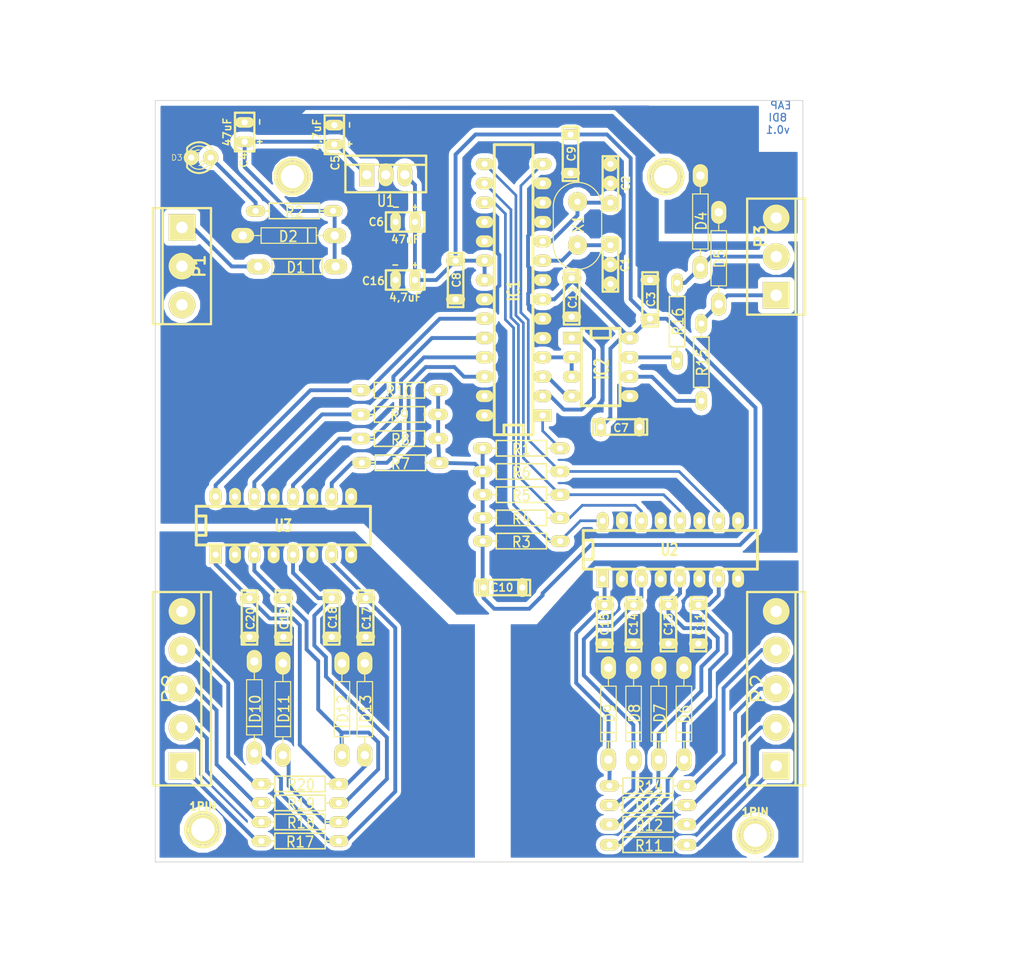
<source format=kicad_pcb>
(kicad_pcb (version 4) (host pcbnew 4.0.2-stable)
  (layers (0 Gorna jumper hide) (31 Dolna signal) (34 B.Paste user hide) (35 F.Paste user hide) (36 B.SilkS user hide) (37 F.SilkS user) (38 B.Mask user hide) (39 F.Mask user hide) (44 Edge.Cuts user))
  (net 0 "")
  (net 1 +5V)
  (net 2 A)
  (net 3 B)
  (net 4 DGND)
  (net 5 GND)
  (net 6 GNDPWR)
  (net 7 N-000001)
  (net 8 N-000002)
  (net 9 N-000005)
  (net 10 N-000006)
  (net 11 N-000008)
  (net 12 N-000009)
  (net 13 N-000010)
  (net 14 N-000011)
  (net 15 N-000012)
  (net 16 N-000013)
  (net 17 N-000015)
  (net 18 N-000016)
  (net 19 N-000017)
  (net 20 N-000019)
  (net 21 N-000020)
  (net 22 N-000021)
  (net 23 N-000022)
  (net 24 N-000024)
  (net 25 N-000025)
  (net 26 N-000026)
  (net 27 N-000027)
  (net 28 N-000028)
  (net 29 N-000029)
  (net 30 N-000030)
  (net 31 N-000031)
  (net 32 N-000033)
  (net 33 N-000034)
  (net 34 N-000035)
  (net 35 N-000036)
  (net 36 N-000037)
  (net 37 N-000038)
  (net 38 N-000039)
  (net 39 N-000040)
  (net 40 N-000041)
  (net 41 VCC)
  (module DIP-28__300_ELL (layer Gorna) (at 161.036 69.342 90)
    (fp_text reference IC1 (at -0.127 0 90) (layer F.SilkS) (effects (font (size 1.524 1.143) (thickness 0.3048))))
    (fp_text value ATMEGA8-P hide)
    (pad 2 thru_hole oval (at -13.97 3.81 90) (size 1.5748 2.286) (drill 0.8128) (layers *.Cu *.Mask F.SilkS) (net 13 N-000010))
    (pad 3 thru_hole oval (at -11.43 3.81 90) (size 1.5748 2.286) (drill 0.8128) (layers *.Cu *.Mask F.SilkS) (net 14 N-000011))
    (pad 4 thru_hole oval (at -8.89 3.81 90) (size 1.5748 2.286) (drill 0.8128) (layers *.Cu *.Mask F.SilkS) (net 9 N-000005))
    (pad 5 thru_hole oval (at -6.35 3.81 90) (size 1.5748 2.286) (drill 0.8128) (layers *.Cu *.Mask F.SilkS) (net 4 DGND))
    (pad 6 thru_hole oval (at -3.81 3.81 90) (size 1.5748 2.286) (drill 0.8128) (layers *.Cu *.Mask F.SilkS) (net 4 DGND))
    (pad 7 thru_hole oval (at -1.27 3.81 90) (size 1.5748 2.286) (drill 0.8128) (layers *.Cu *.Mask F.SilkS) (net 1 +5V))
    (pad 8 thru_hole oval (at 1.27 3.81 90) (size 1.5748 2.286) (drill 0.8128) (layers *.Cu *.Mask F.SilkS) (net 4 DGND))
    (pad 9 thru_hole oval (at 3.81 3.81 90) (size 1.5748 2.286) (drill 0.8128) (layers *.Cu *.Mask F.SilkS) (net 30 N-000030))
    (pad 10 thru_hole oval (at 6.35 3.81 90) (size 1.5748 2.286) (drill 0.8128) (layers *.Cu *.Mask F.SilkS) (net 31 N-000031))
    (pad 11 thru_hole oval (at 8.89 3.81 90) (size 1.5748 2.286) (drill 0.8128) (layers *.Cu *.Mask F.SilkS) (net 4 DGND))
    (pad 12 thru_hole oval (at 11.43 3.81 90) (size 1.5748 2.286) (drill 0.8128) (layers *.Cu *.Mask F.SilkS) (net 4 DGND))
    (pad 13 thru_hole oval (at 13.97 3.81 90) (size 1.5748 2.286) (drill 0.8128) (layers *.Cu *.Mask F.SilkS) (net 4 DGND))
    (pad 14 thru_hole oval (at 16.51 3.81 90) (size 1.5748 2.286) (drill 0.8128) (layers *.Cu *.Mask F.SilkS) (net 37 N-000038))
    (pad 1 thru_hole rect (at -16.51 3.81 90) (size 1.5748 2.286) (drill 0.8128) (layers *.Cu *.Mask F.SilkS) (net 35 N-000036))
    (pad 15 thru_hole oval (at 16.51 -3.81 90) (size 1.5748 2.286) (drill 0.8128) (layers *.Cu *.Mask F.SilkS) (net 38 N-000039))
    (pad 16 thru_hole oval (at 13.97 -3.81 90) (size 1.5748 2.286) (drill 0.8128) (layers *.Cu *.Mask F.SilkS) (net 39 N-000040))
    (pad 17 thru_hole oval (at 11.43 -3.81 90) (size 1.5748 2.286) (drill 0.8128) (layers *.Cu *.Mask F.SilkS) (net 36 N-000037))
    (pad 18 thru_hole oval (at 8.89 -3.81 90) (size 1.5748 2.286) (drill 0.8128) (layers *.Cu *.Mask F.SilkS) (net 4 DGND))
    (pad 19 thru_hole oval (at 6.35 -3.81 90) (size 1.5748 2.286) (drill 0.8128) (layers *.Cu *.Mask F.SilkS) (net 4 DGND))
    (pad 20 thru_hole oval (at 3.81 -3.81 90) (size 1.5748 2.286) (drill 0.8128) (layers *.Cu *.Mask F.SilkS) (net 1 +5V))
    (pad 21 thru_hole oval (at 1.27 -3.81 90) (size 1.5748 2.286) (drill 0.8128) (layers *.Cu *.Mask F.SilkS) (net 1 +5V))
    (pad 22 thru_hole oval (at -1.27 -3.81 90) (size 1.5748 2.286) (drill 0.8128) (layers *.Cu *.Mask F.SilkS) (net 4 DGND))
    (pad 23 thru_hole oval (at -3.81 -3.81 90) (size 1.5748 2.286) (drill 0.8128) (layers *.Cu *.Mask F.SilkS) (net 34 N-000035))
    (pad 24 thru_hole oval (at -6.35 -3.81 90) (size 1.5748 2.286) (drill 0.8128) (layers *.Cu *.Mask F.SilkS) (net 20 N-000019))
    (pad 25 thru_hole oval (at -8.89 -3.81 90) (size 1.5748 2.286) (drill 0.8128) (layers *.Cu *.Mask F.SilkS) (net 22 N-000021))
    (pad 26 thru_hole oval (at -11.43 -3.81 90) (size 1.5748 2.286) (drill 0.8128) (layers *.Cu *.Mask F.SilkS) (net 27 N-000027))
    (pad 27 thru_hole oval (at -13.97 -3.81 90) (size 1.5748 2.286) (drill 0.8128) (layers *.Cu *.Mask F.SilkS) (net 4 DGND))
    (pad 28 thru_hole oval (at -16.51 -3.81 90) (size 1.5748 2.286) (drill 0.8128) (layers *.Cu *.Mask F.SilkS) (net 4 DGND))
  )
  (module R-12 (layer Gorna) (at 183.388 125.095 270)
    (fp_text reference D6 (at 0 -0.127 270) (layer F.SilkS) (effects (font (size 1.397 1.27) (thickness 0.2032))))
    (fp_text value "" hide)
    (pad 1 thru_hole oval (at -6.096 0 270) (size 3 2) (drill 1.1) (layers *.Cu *.Mask F.SilkS) (net 6 GNDPWR))
    (pad 2 thru_hole oval (at 5.969 0 270) (size 3 2) (drill 1.1) (layers *.Cu *.Mask F.SilkS) (net 32 N-000033))
  )
  (module R-12 (layer Gorna) (at 187.96 65.278 270)
    (fp_text reference D5 (at 0 -0.127 270) (layer F.SilkS) (effects (font (size 1.397 1.27) (thickness 0.2032))))
    (fp_text value "" hide)
    (pad 1 thru_hole oval (at -6.096 0 270) (size 3 2) (drill 1.1) (layers *.Cu *.Mask F.SilkS) (net 4 DGND))
    (pad 2 thru_hole oval (at 5.969 0 270) (size 3 2) (drill 1.1) (layers *.Cu *.Mask F.SilkS) (net 8 N-000002))
  )
  (module R-10 (layer Gorna) (at 178.689 137.033 180)
    (fp_text reference R13 (at -0.127 -0.127 180) (layer F.SilkS) (effects (font (size 1.397 1.27) (thickness 0.2032))))
    (fp_text value "" hide)
    (pad 1 thru_hole oval (at -5.08 0 180) (size 2.5 1.5) (drill 0.8128) (layers *.Cu *.Mask F.SilkS) (net 15 N-000012))
    (pad 2 thru_hole oval (at 5.08 0 180) (size 2.5 1.5) (drill 0.8128) (layers *.Cu *.Mask F.SilkS) (net 28 N-000028))
  )
  (module bornier5 (layer Gorna) (at 195.5 121.75 90)
    (fp_text reference P2 (at 0 -2.286 90) (layer F.SilkS) (effects (font (size 2.032 2.032) (thickness 0.254))))
    (fp_text value "" hide)
    (pad 2 thru_hole circle (at -5.08 0 90) (size 3.5 3.5) (drill 1.5) (layers *.Cu *.Mask F.SilkS) (net 7 N-000001))
    (pad 3 thru_hole circle (at 0 0 90) (size 3.5 3.5) (drill 1.5) (layers *.Cu *.Mask F.SilkS) (net 15 N-000012))
    (pad 1 thru_hole rect (at -10.16 0 90) (size 3.5 3.5) (drill 1.524) (layers *.Cu *.Mask F.SilkS) (net 12 N-000009))
    (pad 4 thru_hole circle (at 5.08 0 90) (size 3.5 3.5) (drill 1.5) (layers *.Cu *.Mask F.SilkS) (net 16 N-000013))
    (pad 5 thru_hole circle (at 10.16 0 90) (size 3.5 3.5) (drill 1.5) (layers *.Cu *.Mask F.SilkS) (net 6 GNDPWR))
  )
  (module bornier3 (layer Gorna) (at 117.5 66.25 270)
    (fp_text reference P1 (at 0 -2.286 270) (layer F.SilkS) (effects (font (thickness 0.3048))))
    (fp_text value "" hide)
    (pad 1 thru_hole rect (at -5.08 0 270) (size 3.5 3.5) (drill 1.524) (layers *.Cu *.Mask F.SilkS) (net 10 N-000006))
    (pad 2 thru_hole circle (at 0 0 270) (size 3.5 3.5) (drill 1.5) (layers *.Cu *.Mask F.SilkS) (net 4 DGND))
    (pad 3 thru_hole circle (at 5.08 0 270) (size 3.5 3.5) (drill 1.5) (layers *.Cu *.Mask F.SilkS) (net 5 GND))
  )
  (module Osc_Moj (layer Gorna) (at 169.418 60.96 90)
    (fp_text reference X1 (at 0.254 0.127 90) (layer F.SilkS) (effects (font (size 1.397 1.27) (thickness 0.2032))))
    (fp_text value "" hide)
    (pad 1 thru_hole circle (at -2.54 0 90) (size 2.5 2.5) (drill 0.8128) (layers *.Cu *.Mask F.SilkS) (net 30 N-000030))
    (pad 2 thru_hole circle (at 3.175 0 90) (size 2.5 2.5) (drill 0.8128) (layers *.Cu *.Mask F.SilkS) (net 31 N-000031))
  )
  (module DIP-16__300_ELL (layer Gorna) (at 181.61 103.505)
    (fp_text reference U2 (at -0.127 0) (layer F.SilkS) (effects (font (size 1.524 1.143) (thickness 0.3048))))
    (fp_text value "" hide)
    (pad 1 thru_hole rect (at -8.89 3.81) (size 1.5748 2.286) (drill 0.8128) (layers *.Cu *.Mask F.SilkS) (net 29 N-000029))
    (pad 2 thru_hole oval (at -6.35 3.81) (size 1.5748 2.286) (drill 0.8128) (layers *.Cu *.Mask F.SilkS) (net 6 GNDPWR))
    (pad 3 thru_hole oval (at -3.81 3.81) (size 1.5748 2.286) (drill 0.8128) (layers *.Cu *.Mask F.SilkS) (net 28 N-000028))
    (pad 4 thru_hole oval (at -1.27 3.81) (size 1.5748 2.286) (drill 0.8128) (layers *.Cu *.Mask F.SilkS) (net 6 GNDPWR))
    (pad 5 thru_hole oval (at 1.27 3.81) (size 1.5748 2.286) (drill 0.8128) (layers *.Cu *.Mask F.SilkS) (net 33 N-000034))
    (pad 6 thru_hole oval (at 3.81 3.81) (size 1.5748 2.286) (drill 0.8128) (layers *.Cu *.Mask F.SilkS) (net 6 GNDPWR))
    (pad 7 thru_hole oval (at 6.35 3.81) (size 1.5748 2.286) (drill 0.8128) (layers *.Cu *.Mask F.SilkS) (net 32 N-000033))
    (pad 8 thru_hole oval (at 8.89 3.81) (size 1.5748 2.286) (drill 0.8128) (layers *.Cu *.Mask F.SilkS) (net 6 GNDPWR))
    (pad 9 thru_hole oval (at 8.89 -3.81) (size 1.5748 2.286) (drill 0.8128) (layers *.Cu *.Mask F.SilkS) (net 4 DGND))
    (pad 10 thru_hole oval (at 6.35 -3.81) (size 1.5748 2.286) (drill 0.8128) (layers *.Cu *.Mask F.SilkS) (net 37 N-000038))
    (pad 11 thru_hole oval (at 3.81 -3.81) (size 1.5748 2.286) (drill 0.8128) (layers *.Cu *.Mask F.SilkS) (net 4 DGND))
    (pad 12 thru_hole oval (at 1.27 -3.81) (size 1.5748 2.286) (drill 0.8128) (layers *.Cu *.Mask F.SilkS) (net 38 N-000039))
    (pad 13 thru_hole oval (at -1.27 -3.81) (size 1.5748 2.286) (drill 0.8128) (layers *.Cu *.Mask F.SilkS) (net 4 DGND))
    (pad 14 thru_hole oval (at -3.81 -3.81) (size 1.5748 2.286) (drill 0.8128) (layers *.Cu *.Mask F.SilkS) (net 39 N-000040))
    (pad 15 thru_hole oval (at -6.35 -3.81) (size 1.5748 2.286) (drill 0.8128) (layers *.Cu *.Mask F.SilkS) (net 4 DGND))
    (pad 16 thru_hole oval (at -8.89 -3.81) (size 1.5748 2.286) (drill 0.8128) (layers *.Cu *.Mask F.SilkS) (net 36 N-000037))
  )
  (module C-2_5 (layer Gorna) (at 146.812 60.452 180)
    (fp_text reference C6 (at 3.81 0 180) (layer F.SilkS) (effects (font (size 1.016 1.016) (thickness 0.2032))))
    (fp_text value 47uF (at 0 -2.286 180) (layer F.SilkS) (effects (font (size 1.016 1.016) (thickness 0.2032))))
    (pad 1 thru_hole oval (at -1.27 0 180) (size 1.397 2.5) (drill 0.8128) (layers *.Cu *.Mask F.SilkS) (net 1 +5V))
    (pad 2 thru_hole oval (at 1.27 0 180) (size 1.397 2.5) (drill 0.8128) (layers *.Cu *.Mask F.SilkS) (net 4 DGND))
  )
  (module C-2_5 (layer Gorna) (at 137.5 49 90)
    (fp_text reference C5 (at -3.683 0.127 90) (layer F.SilkS) (effects (font (size 1.016 1.016) (thickness 0.2032))))
    (fp_text value 4,7uF (at 0 -2.286 90) (layer F.SilkS) (effects (font (size 1.016 1.016) (thickness 0.2032))))
    (pad 1 thru_hole oval (at -1.27 0 90) (size 1.397 2.5) (drill 0.8128) (layers *.Cu *.Mask F.SilkS) (net 41 VCC))
    (pad 2 thru_hole oval (at 1.27 0 90) (size 1.397 2.5) (drill 0.8128) (layers *.Cu *.Mask F.SilkS) (net 4 DGND))
  )
  (module R-10 (layer Gorna) (at 178.689 139.573 180)
    (fp_text reference R12 (at -0.127 -0.127 180) (layer F.SilkS) (effects (font (size 1.397 1.27) (thickness 0.2032))))
    (fp_text value "" hide)
    (pad 1 thru_hole oval (at -5.08 0 180) (size 2.5 1.5) (drill 0.8128) (layers *.Cu *.Mask F.SilkS) (net 7 N-000001))
    (pad 2 thru_hole oval (at 5.08 0 180) (size 2.5 1.5) (drill 0.8128) (layers *.Cu *.Mask F.SilkS) (net 33 N-000034))
  )
  (module R-10 (layer Gorna) (at 132.25 59 180)
    (fp_text reference R2 (at 0 -0.127 180) (layer F.SilkS) (effects (font (size 1.397 1.27) (thickness 0.2032))))
    (fp_text value "" hide)
    (pad 1 thru_hole oval (at -5.08 0 180) (size 2.5 1.5) (drill 0.8128) (layers *.Cu *.Mask F.SilkS) (net 41 VCC))
    (pad 2 thru_hole oval (at 5.08 0 180) (size 2.5 1.5) (drill 0.8128) (layers *.Cu *.Mask F.SilkS) (net 11 N-000008))
  )
  (module R-10 (layer Gorna) (at 162.052 102.362)
    (fp_text reference R3 (at 0 0.127) (layer F.SilkS) (effects (font (size 1.397 1.27) (thickness 0.2032))))
    (fp_text value "" hide)
    (pad 1 thru_hole oval (at -5.08 0) (size 2.5 1.5) (drill 0.8128) (layers *.Cu *.Mask F.SilkS) (net 1 +5V))
    (pad 2 thru_hole oval (at 5.08 0) (size 2.5 1.5) (drill 0.8128) (layers *.Cu *.Mask F.SilkS) (net 36 N-000037))
  )
  (module R-10 (layer Gorna) (at 162.052 99.314)
    (fp_text reference R4 (at 0 0.127) (layer F.SilkS) (effects (font (size 1.397 1.27) (thickness 0.2032))))
    (fp_text value "" hide)
    (pad 1 thru_hole oval (at -5.08 0) (size 2.5 1.5) (drill 0.8128) (layers *.Cu *.Mask F.SilkS) (net 1 +5V))
    (pad 2 thru_hole oval (at 5.08 0) (size 2.5 1.5) (drill 0.8128) (layers *.Cu *.Mask F.SilkS) (net 39 N-000040))
  )
  (module R-10 (layer Gorna) (at 162.052 96.266)
    (fp_text reference R5 (at 0 0.127) (layer F.SilkS) (effects (font (size 1.397 1.27) (thickness 0.2032))))
    (fp_text value "" hide)
    (pad 1 thru_hole oval (at -5.08 0) (size 2.5 1.5) (drill 0.8128) (layers *.Cu *.Mask F.SilkS) (net 1 +5V))
    (pad 2 thru_hole oval (at 5.08 0) (size 2.5 1.5) (drill 0.8128) (layers *.Cu *.Mask F.SilkS) (net 38 N-000039))
  )
  (module R-10 (layer Gorna) (at 162.052 90.17)
    (fp_text reference R1 (at 0 0.127) (layer F.SilkS) (effects (font (size 1.397 1.27) (thickness 0.2032))))
    (fp_text value "" hide)
    (pad 1 thru_hole oval (at -5.08 0) (size 2.5 1.5) (drill 0.8128) (layers *.Cu *.Mask F.SilkS) (net 1 +5V))
    (pad 2 thru_hole oval (at 5.08 0) (size 2.5 1.5) (drill 0.8128) (layers *.Cu *.Mask F.SilkS) (net 35 N-000036))
  )
  (module R-10 (layer Gorna) (at 178.689 142.24 180)
    (fp_text reference R11 (at -0.127 -0.127 180) (layer F.SilkS) (effects (font (size 1.397 1.27) (thickness 0.2032))))
    (fp_text value "" hide)
    (pad 1 thru_hole oval (at -5.08 0 180) (size 2.5 1.5) (drill 0.8128) (layers *.Cu *.Mask F.SilkS) (net 12 N-000009))
    (pad 2 thru_hole oval (at 5.08 0 180) (size 2.5 1.5) (drill 0.8128) (layers *.Cu *.Mask F.SilkS) (net 32 N-000033))
  )
  (module R-10 (layer Gorna) (at 146.05 82.55)
    (fp_text reference R10 (at 0 0.127) (layer F.SilkS) (effects (font (size 1.397 1.27) (thickness 0.2032))))
    (fp_text value "" hide)
    (pad 1 thru_hole oval (at -5.08 0) (size 2.5 1.5) (drill 0.8128) (layers *.Cu *.Mask F.SilkS) (net 34 N-000035))
    (pad 2 thru_hole oval (at 5.08 0) (size 2.5 1.5) (drill 0.8128) (layers *.Cu *.Mask F.SilkS) (net 1 +5V))
  )
  (module R-10 (layer Gorna) (at 146.05 85.725)
    (fp_text reference R9 (at 0 0.127) (layer F.SilkS) (effects (font (size 1.397 1.27) (thickness 0.2032))))
    (fp_text value "" hide)
    (pad 1 thru_hole oval (at -5.08 0) (size 2.5 1.5) (drill 0.8128) (layers *.Cu *.Mask F.SilkS) (net 20 N-000019))
    (pad 2 thru_hole oval (at 5.08 0) (size 2.5 1.5) (drill 0.8128) (layers *.Cu *.Mask F.SilkS) (net 1 +5V))
  )
  (module R-10 (layer Gorna) (at 146.177 92.075)
    (fp_text reference R7 (at 0 0.127) (layer F.SilkS) (effects (font (size 1.397 1.27) (thickness 0.2032))))
    (fp_text value "" hide)
    (pad 1 thru_hole oval (at -5.08 0) (size 2.5 1.5) (drill 0.8128) (layers *.Cu *.Mask F.SilkS) (net 27 N-000027))
    (pad 2 thru_hole oval (at 5.08 0) (size 2.5 1.5) (drill 0.8128) (layers *.Cu *.Mask F.SilkS) (net 1 +5V))
  )
  (module R-10 (layer Gorna) (at 146.05 88.9)
    (fp_text reference R8 (at 0.127 0.127) (layer F.SilkS) (effects (font (size 1.397 1.27) (thickness 0.2032))))
    (fp_text value "" hide)
    (pad 1 thru_hole oval (at -5.08 0) (size 2.5 1.5) (drill 0.8128) (layers *.Cu *.Mask F.SilkS) (net 22 N-000021))
    (pad 2 thru_hole oval (at 5.08 0) (size 2.5 1.5) (drill 0.8128) (layers *.Cu *.Mask F.SilkS) (net 1 +5V))
  )
  (module R-10 (layer Gorna) (at 162.052 93.218)
    (fp_text reference R6 (at 0 0.127) (layer F.SilkS) (effects (font (size 1.397 1.27) (thickness 0.2032))))
    (fp_text value "" hide)
    (pad 1 thru_hole oval (at -5.08 0) (size 2.5 1.5) (drill 0.8128) (layers *.Cu *.Mask F.SilkS) (net 1 +5V))
    (pad 2 thru_hole oval (at 5.08 0) (size 2.5 1.5) (drill 0.8128) (layers *.Cu *.Mask F.SilkS) (net 37 N-000038))
  )
  (module DIP-8__300_ELL (layer Gorna) (at 172.466 79.502 270)
    (fp_text reference IC2 (at 0.254 -0.127 270) (layer F.SilkS) (effects (font (size 1.778 1.143) (thickness 0.28575))))
    (fp_text value "" hide)
    (pad 1 thru_hole rect (at -3.81 3.81 270) (size 1.5748 2.286) (drill 0.8128) (layers *.Cu *.Mask F.SilkS) (net 13 N-000010))
    (pad 2 thru_hole oval (at -1.27 3.81 270) (size 1.5748 2.286) (drill 0.8128) (layers *.Cu *.Mask F.SilkS) (net 9 N-000005))
    (pad 3 thru_hole oval (at 1.27 3.81 270) (size 1.5748 2.286) (drill 0.8128) (layers *.Cu *.Mask F.SilkS) (net 9 N-000005))
    (pad 4 thru_hole oval (at 3.81 3.81 270) (size 1.5748 2.286) (drill 0.8128) (layers *.Cu *.Mask F.SilkS) (net 14 N-000011))
    (pad 5 thru_hole oval (at 3.81 -3.81 270) (size 1.5748 2.286) (drill 0.8128) (layers *.Cu *.Mask F.SilkS) (net 4 DGND))
    (pad 6 thru_hole oval (at 1.27 -3.81 270) (size 1.5748 2.286) (drill 0.8128) (layers *.Cu *.Mask F.SilkS) (net 2 A))
    (pad 7 thru_hole oval (at -1.27 -3.81 270) (size 1.5748 2.286) (drill 0.8128) (layers *.Cu *.Mask F.SilkS) (net 3 B))
    (pad 8 thru_hole oval (at -3.81 -3.81 270) (size 1.5748 2.286) (drill 0.8128) (layers *.Cu *.Mask F.SilkS) (net 1 +5V))
  )
  (module R-10 (layer Gorna) (at 178.689 134.493 180)
    (fp_text reference R14 (at -0.127 -0.127 180) (layer F.SilkS) (effects (font (size 1.397 1.27) (thickness 0.2032))))
    (fp_text value "" hide)
    (pad 1 thru_hole oval (at -5.08 0 180) (size 2.5 1.5) (drill 0.8128) (layers *.Cu *.Mask F.SilkS) (net 16 N-000013))
    (pad 2 thru_hole oval (at 5.08 0 180) (size 2.5 1.5) (drill 0.8128) (layers *.Cu *.Mask F.SilkS) (net 29 N-000029))
  )
  (module C-5 (layer Gorna) (at 178.943 70.612 90)
    (fp_text reference C3 (at 0 0.127 90) (layer F.SilkS) (effects (font (size 1.016 1.016) (thickness 0.2032))))
    (fp_text value 100nF hide)
    (pad 1 thru_hole oval (at -2.54 0 90) (size 1.397 2.5) (drill 0.8128) (layers *.Cu *.Mask F.SilkS) (net 1 +5V))
    (pad 2 thru_hole oval (at 2.54 0 90) (size 1.397 2.5) (drill 0.8128) (layers *.Cu *.Mask F.SilkS) (net 4 DGND))
  )
  (module C-5 (layer Gorna) (at 175.006 87.376)
    (fp_text reference C7 (at 0.127 0.127) (layer F.SilkS) (effects (font (size 1.016 1.016) (thickness 0.2032))))
    (fp_text value 100nF hide)
    (pad 1 thru_hole oval (at -2.54 0) (size 1.397 2.5) (drill 0.8128) (layers *.Cu *.Mask F.SilkS) (net 1 +5V))
    (pad 2 thru_hole oval (at 2.54 0) (size 1.397 2.5) (drill 0.8128) (layers *.Cu *.Mask F.SilkS) (net 4 DGND))
  )
  (module C-5 (layer Gorna) (at 153.416 68.072 270)
    (fp_text reference C8 (at 0 -0.127 270) (layer F.SilkS) (effects (font (size 1.016 1.016) (thickness 0.2032))))
    (fp_text value 100nF hide)
    (pad 1 thru_hole oval (at -2.54 0 270) (size 1.397 2.5) (drill 0.8128) (layers *.Cu *.Mask F.SilkS) (net 1 +5V))
    (pad 2 thru_hole oval (at 2.54 0 270) (size 1.397 2.5) (drill 0.8128) (layers *.Cu *.Mask F.SilkS) (net 4 DGND))
  )
  (module C-5 (layer Gorna) (at 168.5 51.5 270)
    (fp_text reference C9 (at 0 -0.127 270) (layer F.SilkS) (effects (font (size 1.016 1.016) (thickness 0.2032))))
    (fp_text value 100nF hide)
    (pad 1 thru_hole oval (at -2.54 0 270) (size 1.397 2.5) (drill 0.8128) (layers *.Cu *.Mask F.SilkS) (net 1 +5V))
    (pad 2 thru_hole oval (at 2.54 0 270) (size 1.397 2.5) (drill 0.8128) (layers *.Cu *.Mask F.SilkS) (net 4 DGND))
  )
  (module C-5 (layer Gorna) (at 159.639 108.458)
    (fp_text reference C10 (at -0.127 0) (layer F.SilkS) (effects (font (size 1.016 1.016) (thickness 0.2032))))
    (fp_text value 100nF hide)
    (pad 1 thru_hole oval (at -2.54 0) (size 1.397 2.5) (drill 0.8128) (layers *.Cu *.Mask F.SilkS) (net 1 +5V))
    (pad 2 thru_hole oval (at 2.54 0) (size 1.397 2.5) (drill 0.8128) (layers *.Cu *.Mask F.SilkS) (net 4 DGND))
  )
  (module C-5 (layer Gorna) (at 185.293 113.284 90)
    (fp_text reference C11 (at 0 0.127 90) (layer F.SilkS) (effects (font (size 1.016 1.016) (thickness 0.2032))))
    (fp_text value 100nF hide)
    (pad 1 thru_hole oval (at -2.54 0 90) (size 1.397 2.5) (drill 0.8128) (layers *.Cu *.Mask F.SilkS) (net 6 GNDPWR))
    (pad 2 thru_hole oval (at 2.54 0 90) (size 1.397 2.5) (drill 0.8128) (layers *.Cu *.Mask F.SilkS) (net 32 N-000033))
  )
  (module R-10 (layer Gorna) (at 185.674 78.867 270)
    (fp_text reference R15 (at 0 -0.127 270) (layer F.SilkS) (effects (font (size 1.397 1.27) (thickness 0.2032))))
    (fp_text value "" hide)
    (pad 1 thru_hole oval (at -5.08 0 270) (size 2.5 1.5) (drill 0.8128) (layers *.Cu *.Mask F.SilkS) (net 8 N-000002))
    (pad 2 thru_hole oval (at 5.08 0 270) (size 2.5 1.5) (drill 0.8128) (layers *.Cu *.Mask F.SilkS) (net 2 A))
  )
  (module R-10 (layer Gorna) (at 182.499 73.533 270)
    (fp_text reference R16 (at 0 -0.127 270) (layer F.SilkS) (effects (font (size 1.397 1.27) (thickness 0.2032))))
    (fp_text value "" hide)
    (pad 1 thru_hole oval (at -5.08 0 270) (size 2.5 1.5) (drill 0.8128) (layers *.Cu *.Mask F.SilkS) (net 40 N-000041))
    (pad 2 thru_hole oval (at 5.08 0 270) (size 2.5 1.5) (drill 0.8128) (layers *.Cu *.Mask F.SilkS) (net 3 B))
  )
  (module C-2_5 (layer Gorna) (at 125.73 48.641 90)
    (fp_text reference C4 (at -3.683 -0.127 90) (layer F.SilkS) (effects (font (size 1.016 1.016) (thickness 0.2032))))
    (fp_text value 47uF (at 0 -2.286 90) (layer F.SilkS) (effects (font (size 1.016 1.016) (thickness 0.2032))))
    (pad 1 thru_hole oval (at -1.27 0 90) (size 1.397 2.5) (drill 0.8128) (layers *.Cu *.Mask F.SilkS) (net 41 VCC))
    (pad 2 thru_hole oval (at 1.27 0 90) (size 1.397 2.5) (drill 0.8128) (layers *.Cu *.Mask F.SilkS) (net 4 DGND))
  )
  (module C-5 (layer Gorna) (at 168.656 70.358 270)
    (fp_text reference C12 (at 0 -0.127 270) (layer F.SilkS) (effects (font (size 1.016 1.016) (thickness 0.2032))))
    (fp_text value 100nF hide)
    (pad 1 thru_hole oval (at -2.54 0 270) (size 1.397 2.5) (drill 0.8128) (layers *.Cu *.Mask F.SilkS) (net 1 +5V))
    (pad 2 thru_hole oval (at 2.54 0 270) (size 1.397 2.5) (drill 0.8128) (layers *.Cu *.Mask F.SilkS) (net 4 DGND))
  )
  (module R-12 (layer Gorna) (at 131.572 62.23)
    (fp_text reference D2 (at -0.127 0.127) (layer F.SilkS) (effects (font (size 1.397 1.27) (thickness 0.2032))))
    (fp_text value "" hide)
    (pad 1 thru_hole oval (at -6.096 0) (size 3 2) (drill 1.1) (layers *.Cu *.Mask F.SilkS) (net 4 DGND))
    (pad 2 thru_hole oval (at 5.969 0) (size 3 2) (drill 1.1) (layers *.Cu *.Mask F.SilkS) (net 41 VCC))
  )
  (module C-5 (layer Gorna) (at 181.356 113.284 270)
    (fp_text reference C13 (at 0 0 270) (layer F.SilkS) (effects (font (size 1.016 1.016) (thickness 0.2032))))
    (fp_text value 100nF hide)
    (pad 1 thru_hole oval (at -2.54 0 270) (size 1.397 2.5) (drill 0.8128) (layers *.Cu *.Mask F.SilkS) (net 33 N-000034))
    (pad 2 thru_hole oval (at 2.54 0 270) (size 1.397 2.5) (drill 0.8128) (layers *.Cu *.Mask F.SilkS) (net 6 GNDPWR))
  )
  (module C-5 (layer Gorna) (at 176.784 113.284 270)
    (fp_text reference C14 (at 0 0 270) (layer F.SilkS) (effects (font (size 1.016 1.016) (thickness 0.2032))))
    (fp_text value 100nF hide)
    (pad 1 thru_hole oval (at -2.54 0 270) (size 1.397 2.5) (drill 0.8128) (layers *.Cu *.Mask F.SilkS) (net 28 N-000028))
    (pad 2 thru_hole oval (at 2.54 0 270) (size 1.397 2.5) (drill 0.8128) (layers *.Cu *.Mask F.SilkS) (net 6 GNDPWR))
  )
  (module C-5 (layer Gorna) (at 172.974 113.284 270)
    (fp_text reference C15 (at 0 0 270) (layer F.SilkS) (effects (font (size 1.016 1.016) (thickness 0.2032))))
    (fp_text value 100nF hide)
    (pad 1 thru_hole oval (at -2.54 0 270) (size 1.397 2.5) (drill 0.8128) (layers *.Cu *.Mask F.SilkS) (net 29 N-000029))
    (pad 2 thru_hole oval (at 2.54 0 270) (size 1.397 2.5) (drill 0.8128) (layers *.Cu *.Mask F.SilkS) (net 6 GNDPWR))
  )
  (module 7805 (layer Gorna) (at 144.25 54.25)
    (fp_text reference U1 (at 0 3.429) (layer F.SilkS) (effects (font (size 1.524 1.143) (thickness 0.2032))))
    (fp_text value "" hide)
    (pad VI thru_hole rect (at -2.49682 0) (size 1.95 3) (drill 1.20142) (layers *.Cu *.Mask F.SilkS) (net 41 VCC))
    (pad GND thru_hole oval (at 0 0) (size 1.95 3) (drill 1.20142) (layers *.Cu *.Mask F.SilkS) (net 4 DGND))
    (pad VO thru_hole oval (at 2.5019 0) (size 1.95 3) (drill 1.20142) (layers *.Cu *.Mask F.SilkS) (net 1 +5V))
  )
  (module bornier3 (layer Gorna) (at 195.5 65 90)
    (fp_text reference P3 (at 2.667 -2.032 90) (layer F.SilkS) (effects (font (thickness 0.3048))))
    (fp_text value "" hide)
    (pad 1 thru_hole rect (at -5.08 0 90) (size 3.5 3.5) (drill 1.524) (layers *.Cu *.Mask F.SilkS) (net 8 N-000002))
    (pad 2 thru_hole circle (at 0 0 90) (size 3.5 3.5) (drill 1.5) (layers *.Cu *.Mask F.SilkS) (net 40 N-000041))
    (pad 3 thru_hole circle (at 5.08 0 90) (size 3.5 3.5) (drill 1.5) (layers *.Cu *.Mask F.SilkS) (net 4 DGND))
  )
  (module C1-1 (layer Gorna) (at 173.736 55.372 90)
    (fp_text reference C2 (at 0 2.032 90) (layer F.SilkS) (effects (font (size 1.016 1.016) (thickness 0.2032))))
    (fp_text value C hide)
    (pad 1 thru_hole circle (at -2.54 0 90) (size 2 2) (drill 0.8128) (layers *.Cu *.Mask F.SilkS) (net 31 N-000031))
    (pad 2 thru_hole circle (at 2.54 0 90) (size 2 2) (drill 0.8128) (layers *.Cu *.Mask F.SilkS) (net 4 DGND))
    (pad 2 thru_hole circle (at 0 0 90) (size 2 2) (drill 0.8128) (layers *.Cu *.Mask F.SilkS) (net 4 DGND))
  )
  (module C1-1 (layer Gorna) (at 173.736 66.04 270)
    (fp_text reference C1 (at 0 -1.905 270) (layer F.SilkS) (effects (font (size 1.016 1.016) (thickness 0.2032))))
    (fp_text value C hide)
    (pad 1 thru_hole circle (at -2.54 0 270) (size 2 2) (drill 0.8128) (layers *.Cu *.Mask F.SilkS) (net 30 N-000030))
    (pad 2 thru_hole circle (at 2.54 0 270) (size 2 2) (drill 0.8128) (layers *.Cu *.Mask F.SilkS) (net 4 DGND))
    (pad 2 thru_hole circle (at 0 0 270) (size 2 2) (drill 0.8128) (layers *.Cu *.Mask F.SilkS) (net 4 DGND))
  )
  (module R-12 (layer Gorna) (at 185.547 60.452 270)
    (fp_text reference D4 (at -0.127 -0.127 270) (layer F.SilkS) (effects (font (size 1.397 1.27) (thickness 0.2032))))
    (fp_text value "" hide)
    (pad 1 thru_hole oval (at -6.096 0 270) (size 3 2) (drill 1.1) (layers *.Cu *.Mask F.SilkS) (net 4 DGND))
    (pad 2 thru_hole oval (at 5.969 0 270) (size 3 2) (drill 1.1) (layers *.Cu *.Mask F.SilkS) (net 40 N-000041))
  )
  (module R-12 (layer Gorna) (at 180.086 125.095 270)
    (fp_text reference D7 (at -0.127 -0.127 270) (layer F.SilkS) (effects (font (size 1.397 1.27) (thickness 0.2032))))
    (fp_text value "" hide)
    (pad 1 thru_hole oval (at -6.096 0 270) (size 3 2) (drill 1.1) (layers *.Cu *.Mask F.SilkS) (net 6 GNDPWR))
    (pad 2 thru_hole oval (at 5.969 0 270) (size 3 2) (drill 1.1) (layers *.Cu *.Mask F.SilkS) (net 33 N-000034))
  )
  (module R-12 (layer Gorna) (at 176.784 125.095 270)
    (fp_text reference D8 (at -0.127 -0.127 270) (layer F.SilkS) (effects (font (size 1.397 1.27) (thickness 0.2032))))
    (fp_text value "" hide)
    (pad 1 thru_hole oval (at -6.096 0 270) (size 3 2) (drill 1.1) (layers *.Cu *.Mask F.SilkS) (net 6 GNDPWR))
    (pad 2 thru_hole oval (at 5.969 0 270) (size 3 2) (drill 1.1) (layers *.Cu *.Mask F.SilkS) (net 28 N-000028))
  )
  (module R-12 (layer Gorna) (at 173.482 125.095 270)
    (fp_text reference D9 (at -0.127 -0.127 270) (layer F.SilkS) (effects (font (size 1.397 1.27) (thickness 0.2032))))
    (fp_text value "" hide)
    (pad 1 thru_hole oval (at -6.096 0 270) (size 3 2) (drill 1.1) (layers *.Cu *.Mask F.SilkS) (net 6 GNDPWR))
    (pad 2 thru_hole oval (at 5.969 0 270) (size 3 2) (drill 1.1) (layers *.Cu *.Mask F.SilkS) (net 29 N-000029))
  )
  (module R-10 (layer Gorna) (at 132.588 66.294)
    (fp_text reference D1 (at -0.127 0.127) (layer F.SilkS) (effects (font (size 1.397 1.27) (thickness 0.2032))))
    (fp_text value "" hide)
    (pad 1 thru_hole oval (at -5.08 0) (size 3 2) (drill 1.1) (layers *.Cu *.Mask F.SilkS) (net 10 N-000006))
    (pad 2 thru_hole oval (at 5.08 0) (size 3 2) (drill 1.1) (layers *.Cu *.Mask F.SilkS) (net 41 VCC))
  )
  (module LED-3MM (layer Gorna) (at 120 52 180)
    (fp_text reference D3 (at 3.175 0 180) (layer F.SilkS) (effects (font (size 0.762 0.762) (thickness 0.0889))))
    (fp_text value "" hide)
    (pad 1 thru_hole circle (at -1.27 0 180) (size 2 2) (drill 0.8128) (layers *.Cu *.Mask F.SilkS) (net 11 N-000008))
    (pad 2 thru_hole circle (at 1.27 0 180) (size 2 2) (drill 0.8128) (layers *.Cu *.Mask F.SilkS) (net 4 DGND))
  )
  (module C-2_5 (layer Gorna) (at 146.812 68.072 180)
    (fp_text reference C16 (at 4.191 -0.127 180) (layer F.SilkS) (effects (font (size 1.016 1.016) (thickness 0.2032))))
    (fp_text value 4,7uF (at 0 -2.286 180) (layer F.SilkS) (effects (font (size 1.016 1.016) (thickness 0.2032))))
    (pad 1 thru_hole oval (at -1.27 0 180) (size 1.397 2.5) (drill 0.8128) (layers *.Cu *.Mask F.SilkS) (net 1 +5V))
    (pad 2 thru_hole oval (at 1.27 0 180) (size 1.397 2.5) (drill 0.8128) (layers *.Cu *.Mask F.SilkS) (net 4 DGND))
  )
  (module R-10 (layer Gorna) (at 133 141.75 180)
    (fp_text reference R17 (at 0 -0.127 180) (layer F.SilkS) (effects (font (size 1.397 1.27) (thickness 0.2032))))
    (fp_text value "" (at 2.032 0.127 180) (layer F.SilkS) (effects (font (size 1.397 1.27) (thickness 0.2032))))
    (pad 1 thru_hole oval (at -5.08 0 180) (size 2.5 1.5) (drill 0.8128) (layers *.Cu *.Mask F.SilkS) (net 24 N-000024))
    (pad 2 thru_hole oval (at 5.08 0 180) (size 2.5 1.5) (drill 0.8128) (layers *.Cu *.Mask F.SilkS) (net 23 N-000022))
  )
  (module R-10 (layer Gorna) (at 133 139.25 180)
    (fp_text reference R18 (at -0.127 -0.127 180) (layer F.SilkS) (effects (font (size 1.397 1.27) (thickness 0.2032))))
    (fp_text value "" hide)
    (pad 1 thru_hole oval (at -5.08 0 180) (size 2.5 1.5) (drill 0.8128) (layers *.Cu *.Mask F.SilkS) (net 25 N-000025))
    (pad 2 thru_hole oval (at 5.08 0 180) (size 2.5 1.5) (drill 0.8128) (layers *.Cu *.Mask F.SilkS) (net 17 N-000015))
  )
  (module R-10 (layer Gorna) (at 133 136.75 180)
    (fp_text reference R19 (at -0.127 -0.127 180) (layer F.SilkS) (effects (font (size 1.397 1.27) (thickness 0.2032))))
    (fp_text value "" hide)
    (pad 1 thru_hole oval (at -5.08 0 180) (size 2.5 1.5) (drill 0.8128) (layers *.Cu *.Mask F.SilkS) (net 26 N-000026))
    (pad 2 thru_hole oval (at 5.08 0 180) (size 2.5 1.5) (drill 0.8128) (layers *.Cu *.Mask F.SilkS) (net 18 N-000016))
  )
  (module R-10 (layer Gorna) (at 133 134.25 180)
    (fp_text reference R20 (at -0.127 -0.127 180) (layer F.SilkS) (effects (font (size 1.397 1.27) (thickness 0.2032))))
    (fp_text value "" hide)
    (pad 1 thru_hole oval (at -5.08 0 180) (size 2.5 1.5) (drill 0.8128) (layers *.Cu *.Mask F.SilkS) (net 21 N-000020))
    (pad 2 thru_hole oval (at 5.08 0 180) (size 2.5 1.5) (drill 0.8128) (layers *.Cu *.Mask F.SilkS) (net 19 N-000017))
  )
  (module DIP-16__300_ELL (layer Gorna) (at 130.81 100.33)
    (fp_text reference U3 (at 0 0) (layer F.SilkS) (effects (font (size 1.524 1.143) (thickness 0.3048))))
    (fp_text value "" hide)
    (pad 1 thru_hole rect (at -8.89 3.81) (size 1.5748 2.286) (drill 0.8128) (layers *.Cu *.Mask F.SilkS) (net 21 N-000020))
    (pad 2 thru_hole oval (at -6.35 3.81) (size 1.5748 2.286) (drill 0.8128) (layers *.Cu *.Mask F.SilkS) (net 6 GNDPWR))
    (pad 3 thru_hole oval (at -3.81 3.81) (size 1.5748 2.286) (drill 0.8128) (layers *.Cu *.Mask F.SilkS) (net 26 N-000026))
    (pad 4 thru_hole oval (at -1.27 3.81) (size 1.5748 2.286) (drill 0.8128) (layers *.Cu *.Mask F.SilkS) (net 6 GNDPWR))
    (pad 5 thru_hole oval (at 1.27 3.81) (size 1.5748 2.286) (drill 0.8128) (layers *.Cu *.Mask F.SilkS) (net 25 N-000025))
    (pad 6 thru_hole oval (at 3.81 3.81) (size 1.5748 2.286) (drill 0.8128) (layers *.Cu *.Mask F.SilkS) (net 6 GNDPWR))
    (pad 7 thru_hole oval (at 6.35 3.81) (size 1.5748 2.286) (drill 0.8128) (layers *.Cu *.Mask F.SilkS) (net 24 N-000024))
    (pad 8 thru_hole oval (at 8.89 3.81) (size 1.5748 2.286) (drill 0.8128) (layers *.Cu *.Mask F.SilkS) (net 6 GNDPWR))
    (pad 9 thru_hole oval (at 8.89 -3.81) (size 1.5748 2.286) (drill 0.8128) (layers *.Cu *.Mask F.SilkS) (net 4 DGND))
    (pad 10 thru_hole oval (at 6.35 -3.81) (size 1.5748 2.286) (drill 0.8128) (layers *.Cu *.Mask F.SilkS) (net 27 N-000027))
    (pad 11 thru_hole oval (at 3.81 -3.81) (size 1.5748 2.286) (drill 0.8128) (layers *.Cu *.Mask F.SilkS) (net 4 DGND))
    (pad 12 thru_hole oval (at 1.27 -3.81) (size 1.5748 2.286) (drill 0.8128) (layers *.Cu *.Mask F.SilkS) (net 22 N-000021))
    (pad 13 thru_hole oval (at -1.27 -3.81) (size 1.5748 2.286) (drill 0.8128) (layers *.Cu *.Mask F.SilkS) (net 4 DGND))
    (pad 14 thru_hole oval (at -3.81 -3.81) (size 1.5748 2.286) (drill 0.8128) (layers *.Cu *.Mask F.SilkS) (net 20 N-000019))
    (pad 15 thru_hole oval (at -6.35 -3.81) (size 1.5748 2.286) (drill 0.8128) (layers *.Cu *.Mask F.SilkS) (net 4 DGND))
    (pad 16 thru_hole oval (at -8.89 -3.81) (size 1.5748 2.286) (drill 0.8128) (layers *.Cu *.Mask F.SilkS) (net 34 N-000035))
  )
  (module C-5 (layer Gorna) (at 141.605 112.395 90)
    (fp_text reference C17 (at -0.127 0.127 90) (layer F.SilkS) (effects (font (size 1.016 1.016) (thickness 0.2032))))
    (fp_text value 100nF hide)
    (pad 1 thru_hole oval (at -2.54 0 90) (size 1.397 2.5) (drill 0.8128) (layers *.Cu *.Mask F.SilkS) (net 6 GNDPWR))
    (pad 2 thru_hole oval (at 2.54 0 90) (size 1.397 2.5) (drill 0.8128) (layers *.Cu *.Mask F.SilkS) (net 24 N-000024))
  )
  (module C-5 (layer Gorna) (at 137.16 112.395 90)
    (fp_text reference C18 (at 0 0.127 90) (layer F.SilkS) (effects (font (size 1.016 1.016) (thickness 0.2032))))
    (fp_text value 100nF hide)
    (pad 1 thru_hole oval (at -2.54 0 90) (size 1.397 2.5) (drill 0.8128) (layers *.Cu *.Mask F.SilkS) (net 6 GNDPWR))
    (pad 2 thru_hole oval (at 2.54 0 90) (size 1.397 2.5) (drill 0.8128) (layers *.Cu *.Mask F.SilkS) (net 25 N-000025))
  )
  (module C-5 (layer Gorna) (at 130.81 112.395 90)
    (fp_text reference C19 (at -0.127 0.127 90) (layer F.SilkS) (effects (font (size 1.016 1.016) (thickness 0.2032))))
    (fp_text value 100nF hide)
    (pad 1 thru_hole oval (at -2.54 0 90) (size 1.397 2.5) (drill 0.8128) (layers *.Cu *.Mask F.SilkS) (net 6 GNDPWR))
    (pad 2 thru_hole oval (at 2.54 0 90) (size 1.397 2.5) (drill 0.8128) (layers *.Cu *.Mask F.SilkS) (net 26 N-000026))
  )
  (module C-5 (layer Gorna) (at 126.365 112.395 90)
    (fp_text reference C20 (at -0.127 0.127 90) (layer F.SilkS) (effects (font (size 1.016 1.016) (thickness 0.2032))))
    (fp_text value 100nF hide)
    (pad 1 thru_hole oval (at -2.54 0 90) (size 1.397 2.5) (drill 0.8128) (layers *.Cu *.Mask F.SilkS) (net 6 GNDPWR))
    (pad 2 thru_hole oval (at 2.54 0 90) (size 1.397 2.5) (drill 0.8128) (layers *.Cu *.Mask F.SilkS) (net 21 N-000020))
  )
  (module bornier5 (layer Gorna) (at 117.5 121.75 90)
    (fp_text reference P8 (at 0 -1.524 90) (layer F.SilkS) (effects (font (size 2.032 2.032) (thickness 0.254))))
    (fp_text value "" hide)
    (pad 2 thru_hole circle (at -5.08 0 90) (size 3.5 3.5) (drill 1.5) (layers *.Cu *.Mask F.SilkS) (net 17 N-000015))
    (pad 3 thru_hole circle (at 0 0 90) (size 3.5 3.5) (drill 1.5) (layers *.Cu *.Mask F.SilkS) (net 18 N-000016))
    (pad 1 thru_hole rect (at -10.16 0 90) (size 3.5 3.5) (drill 1.524) (layers *.Cu *.Mask F.SilkS) (net 23 N-000022))
    (pad 4 thru_hole circle (at 5.08 0 90) (size 3.5 3.5) (drill 1.5) (layers *.Cu *.Mask F.SilkS) (net 19 N-000017))
    (pad 5 thru_hole circle (at 10.16 0 90) (size 3.5 3.5) (drill 1.5) (layers *.Cu *.Mask F.SilkS) (net 6 GNDPWR))
  )
  (module R-12 (layer Gorna) (at 127 124.25 270)
    (fp_text reference D10 (at 0.127 -0.127 270) (layer F.SilkS) (effects (font (size 1.397 1.27) (thickness 0.2032))))
    (fp_text value "" hide)
    (pad 1 thru_hole oval (at -6.096 0 270) (size 3 2) (drill 1.1) (layers *.Cu *.Mask F.SilkS) (net 6 GNDPWR))
    (pad 2 thru_hole oval (at 5.969 0 270) (size 3 2) (drill 1.1) (layers *.Cu *.Mask F.SilkS) (net 24 N-000024))
  )
  (module R-12 (layer Gorna) (at 130.75 124.5 270)
    (fp_text reference D11 (at -0.127 -0.127 270) (layer F.SilkS) (effects (font (size 1.397 1.27) (thickness 0.2032))))
    (fp_text value "" hide)
    (pad 1 thru_hole oval (at -6.096 0 270) (size 3 2) (drill 1.1) (layers *.Cu *.Mask F.SilkS) (net 6 GNDPWR))
    (pad 2 thru_hole oval (at 5.969 0 270) (size 3 2) (drill 1.1) (layers *.Cu *.Mask F.SilkS) (net 25 N-000025))
  )
  (module R-12 (layer Gorna) (at 138.5 124.5 270)
    (fp_text reference D12 (at -0.127 -0.127 270) (layer F.SilkS) (effects (font (size 1.397 1.27) (thickness 0.2032))))
    (fp_text value "" hide)
    (pad 1 thru_hole oval (at -6.096 0 270) (size 3 2) (drill 1.1) (layers *.Cu *.Mask F.SilkS) (net 6 GNDPWR))
    (pad 2 thru_hole oval (at 5.969 0 270) (size 3 2) (drill 1.1) (layers *.Cu *.Mask F.SilkS) (net 26 N-000026))
  )
  (module R-12 (layer Gorna) (at 141.5 124.5 270)
    (fp_text reference D13 (at -0.127 -0.127 270) (layer F.SilkS) (effects (font (size 1.397 1.27) (thickness 0.2032))))
    (fp_text value "" hide)
    (pad 1 thru_hole oval (at -6.096 0 270) (size 3 2) (drill 1.1) (layers *.Cu *.Mask F.SilkS) (net 6 GNDPWR))
    (pad 2 thru_hole oval (at 5.969 0 270) (size 3 2) (drill 1.1) (layers *.Cu *.Mask F.SilkS) (net 21 N-000020))
  )
  (module 1pin (layer Gorna) (at 132 54.5)
    (fp_text reference "" hide)
    (fp_text value "" hide)
    (pad 1 thru_hole circle (at 0 0) (size 4.064 4.064) (drill 3.048) (layers *.Cu *.Mask F.SilkS))
  )
  (module 1pin (layer Gorna) (at 181 54.5)
    (fp_text reference "" hide)
    (fp_text value "" hide)
    (pad 1 thru_hole circle (at 0 0) (size 4.064 4.064) (drill 3.048) (layers *.Cu *.Mask F.SilkS))
  )
  (module 1pin (layer Gorna) (at 192.75 141)
    (fp_text reference 1PIN (at 0 -3.048) (layer F.SilkS) (effects (font (size 1.016 1.016) (thickness 0.254))))
    (fp_text value P*** hide)
    (pad 1 thru_hole circle (at 0 0) (size 4.064 4.064) (drill 3.048) (layers *.Cu *.Mask F.SilkS))
  )
  (module 1pin (layer Gorna) (at 120.25 140.25)
    (fp_text reference 1PIN (at 0 -3.048) (layer F.SilkS) (effects (font (size 1.016 1.016) (thickness 0.254))))
    (fp_text value P*** hide)
    (pad 1 thru_hole circle (at 0 0) (size 4.064 4.064) (drill 3.048) (layers *.Cu *.Mask F.SilkS))
  )
  (gr_line (start 127.7 47.6) (end 127.7 47) (angle 90) (layer F.SilkS) (width 0.2))
  (gr_line (start 127.7 49.9) (end 127.7 50.2) (angle 90) (layer F.SilkS) (width 0.2))
  (gr_line (start 127.7 49.9) (end 127.7 49.6) (angle 90) (layer F.SilkS) (width 0.2))
  (gr_line (start 127.4 49.9) (end 128 49.9) (angle 90) (layer F.SilkS) (width 0.2))
  (gr_line (start 139.5 48) (end 139.5 47.4) (angle 90) (layer F.SilkS) (width 0.2))
  (gr_line (start 139.5 50.2) (end 139.5 50.5) (angle 90) (layer F.SilkS) (width 0.2))
  (gr_line (start 139.5 50.2) (end 139.5 49.9) (angle 90) (layer F.SilkS) (width 0.2))
  (gr_line (start 139.2 50.2) (end 139.8 50.2) (angle 90) (layer F.SilkS) (width 0.2))
  (gr_line (start 145.3 58.5) (end 145.9 58.5) (angle 90) (layer F.SilkS) (width 0.2))
  (gr_line (start 148.1 58.5) (end 147.8 58.5) (angle 90) (layer F.SilkS) (width 0.2))
  (gr_line (start 148.1 58.5) (end 148.4 58.5) (angle 90) (layer F.SilkS) (width 0.2))
  (gr_line (start 148.1 58.8) (end 148.1 58.2) (angle 90) (layer F.SilkS) (width 0.2))
  (gr_line (start 145.2 66.1) (end 145.8 66.1) (angle 90) (layer F.SilkS) (width 0.2))
  (gr_line (start 148.1 66.1) (end 147.8 66.1) (angle 90) (layer F.SilkS) (width 0.2))
  (gr_line (start 148.1 66.1) (end 148.4 66.1) (angle 90) (layer F.SilkS) (width 0.2))
  (gr_line (start 148.1 66.4) (end 148.1 65.8) (angle 90) (layer F.SilkS) (width 0.2))
  (gr_line (start 134.7 65.3) (end 134.7 67.2) (angle 90) (layer F.SilkS) (width 0.2))
  (gr_line (start 134 61.3) (end 134 63.2) (angle 90) (layer F.SilkS) (width 0.2))
  (gr_line (start 182.4 127.5) (end 184.3 127.5) (angle 90) (layer F.SilkS) (width 0.2))
  (gr_line (start 179.1 127.5) (end 181 127.5) (angle 90) (layer F.SilkS) (width 0.2))
  (gr_line (start 175.8 127.5) (end 177.7 127.5) (angle 90) (layer F.SilkS) (width 0.2))
  (gr_line (start 172.5 127.5) (end 174.4 127.5) (angle 90) (layer F.SilkS) (width 0.2))
  (gr_line (start 140.5 126.7) (end 142.5 126.7) (angle 90) (layer F.SilkS) (width 0.2))
  (gr_line (start 137.5 126.7) (end 139.5 126.7) (angle 90) (layer F.SilkS) (width 0.2))
  (gr_line (start 129.8 126.7) (end 131.7 126.7) (angle 90) (layer F.SilkS) (width 0.2))
  (gr_line (start 126 126.7) (end 128 126.7) (angle 90) (layer F.SilkS) (width 0.2))
  (gr_line (start 114 144.5) (end 114 44.5) (angle 90) (layer Edge.Cuts) (width 0.1))
  (gr_line (start 119 144.5) (end 114 144.5) (angle 90) (layer Edge.Cuts) (width 0.1))
  (gr_line (start 199 144.5) (end 119 144.5) (angle 90) (layer Edge.Cuts) (width 0.1))
  (gr_line (start 199 44.5) (end 199 144.5) (angle 90) (layer Edge.Cuts) (width 0.1))
  (gr_line (start 114 44.5) (end 199 44.5) (angle 90) (layer Edge.Cuts) (width 0.1))
  (gr_text "EAP \n8DI\nv0.1" (at 195.707 46.736) (layer Dolna) (effects (font (size 1 1)) (justify mirror)))
  (segment (start 151.257 92.075) (end 155.956 92.202) (width 0.508) (layer Dolna) (net 1))
  (segment (start 155.956 92.202) (end 156.972 93.218) (width 0.508) (layer Dolna) (net 1))
  (segment (start 146.7519 54.25) (end 146.7519 54.2519) (width 0.508) (layer Dolna) (net 1))
  (segment (start 148.082 55.582) (end 148.082 60.452) (width 0.508) (layer Dolna) (net 1))
  (segment (start 146.7519 54.2519) (end 148.082 55.582) (width 0.508) (layer Dolna) (net 1))
  (segment (start 168.5 48.96) (end 173.293 48.96) (width 0.508) (layer Dolna) (net 1))
  (segment (start 176.403 70.612) (end 178.943 73.152) (width 0.508) (layer Dolna) (net 1))
  (segment (start 176.403 52.07) (end 176.403 70.612) (width 0.508) (layer Dolna) (net 1))
  (segment (start 173.293 48.96) (end 176.403 52.07) (width 0.508) (layer Dolna) (net 1))
  (segment (start 168.5 48.96) (end 156.04 48.96) (width 0.508) (layer Dolna) (net 1))
  (segment (start 153.416 51.584) (end 153.416 65.532) (width 0.508) (layer Dolna) (net 1))
  (segment (start 156.04 48.96) (end 153.416 51.584) (width 0.508) (layer Dolna) (net 1))
  (segment (start 151.13 88.9) (end 151.257 92.075) (width 0.508) (layer Dolna) (net 1))
  (segment (start 157.099 108.458) (end 157.099 109.855) (width 0.508) (layer Dolna) (net 1))
  (segment (start 181.102 73.152) (end 178.943 73.152) (width 0.508) (layer Dolna) (net 1))
  (segment (start 192.786 84.836) (end 181.102 73.152) (width 0.508) (layer Dolna) (net 1))
  (segment (start 192.786 100.838) (end 192.786 84.836) (width 0.508) (layer Dolna) (net 1))
  (segment (start 190.754 102.87) (end 192.786 100.838) (width 0.508) (layer Dolna) (net 1))
  (segment (start 171.196 102.87) (end 190.754 102.87) (width 0.508) (layer Dolna) (net 1))
  (segment (start 164.846 109.22) (end 171.196 102.87) (width 0.508) (layer Dolna) (net 1))
  (segment (start 164.846 109.474) (end 164.846 109.22) (width 0.508) (layer Dolna) (net 1))
  (segment (start 163.068 111.252) (end 164.846 109.474) (width 0.508) (layer Dolna) (net 1))
  (segment (start 158.496 111.252) (end 163.068 111.252) (width 0.508) (layer Dolna) (net 1))
  (segment (start 157.099 109.855) (end 158.496 111.252) (width 0.508) (layer Dolna) (net 1))
  (segment (start 173.736 86.106) (end 172.466 87.376) (width 0.508) (layer Dolna) (net 1))
  (segment (start 173.736 77.089) (end 173.736 86.106) (width 0.508) (layer Dolna) (net 1))
  (segment (start 175.133 75.692) (end 173.736 77.089) (width 0.508) (layer Dolna) (net 1))
  (segment (start 176.276 75.692) (end 175.133 75.692) (width 0.508) (layer Dolna) (net 1))
  (segment (start 156.972 108.331) (end 157.099 108.458) (width 0.508) (layer Dolna) (net 1))
  (segment (start 156.972 102.362) (end 156.972 108.331) (width 0.508) (layer Dolna) (net 1))
  (segment (start 150.876 68.072) (end 148.082 68.072) (width 0.508) (layer Dolna) (net 1))
  (segment (start 153.416 65.532) (end 150.876 68.072) (width 0.508) (layer Dolna) (net 1))
  (segment (start 153.416 65.532) (end 157.226 65.532) (width 0.508) (layer Dolna) (net 1))
  (segment (start 168.656 68.072) (end 176.276 75.692) (width 0.508) (layer Dolna) (net 1))
  (segment (start 168.656 67.818) (end 168.656 68.072) (width 0.508) (layer Dolna) (net 1))
  (segment (start 148.082 60.452) (end 148.082 68.072) (width 0.508) (layer Dolna) (net 1))
  (segment (start 157.226 68.072) (end 157.226 65.532) (width 0.508) (layer Dolna) (net 1))
  (segment (start 156.972 99.314) (end 156.972 102.362) (width 0.508) (layer Dolna) (net 1))
  (segment (start 168.656 67.818) (end 168.656 68.072) (width 0.508) (layer Dolna) (net 1))
  (segment (start 166.37 70.612) (end 164.846 70.612) (width 0.508) (layer Dolna) (net 1))
  (segment (start 168.656 68.326) (end 166.37 70.612) (width 0.508) (layer Dolna) (net 1))
  (segment (start 168.656 68.072) (end 168.656 68.326) (width 0.508) (layer Dolna) (net 1))
  (segment (start 178.816 73.152) (end 176.276 75.692) (width 0.508) (layer Dolna) (net 1))
  (segment (start 178.943 73.152) (end 178.816 73.152) (width 0.508) (layer Dolna) (net 1))
  (segment (start 156.972 93.218) (end 156.972 96.266) (width 0.508) (layer Dolna) (net 1))
  (segment (start 156.972 96.266) (end 156.972 99.314) (width 0.508) (layer Dolna) (net 1))
  (segment (start 151.13 85.725) (end 151.13 82.55) (width 0.508) (layer Dolna) (net 1))
  (segment (start 156.972 90.17) (end 156.972 91.694) (width 0.508) (layer Dolna) (net 1))
  (segment (start 156.972 91.694) (end 156.972 93.218) (width 0.508) (layer Dolna) (net 1))
  (segment (start 151.13 88.9) (end 151.13 85.725) (width 0.508) (layer Dolna) (net 1))
  (segment (start 182.372 83.947) (end 185.674 83.947) (width 0.508) (layer Dolna) (net 2))
  (segment (start 179.197 80.772) (end 182.372 83.947) (width 0.508) (layer Dolna) (net 2))
  (segment (start 176.276 80.772) (end 179.197 80.772) (width 0.508) (layer Dolna) (net 2))
  (segment (start 182.118 78.232) (end 182.499 78.613) (width 0.508) (layer Dolna) (net 3))
  (segment (start 176.276 78.232) (end 182.118 78.232) (width 0.508) (layer Dolna) (net 3))
  (segment (start 132.113 47.117) (end 129.383 47.117) (width 0.508) (layer Dolna) (net 4))
  (segment (start 129.383 47.117) (end 129.5 47) (width 0.508) (layer Dolna) (net 4))
  (segment (start 125.73 47.371) (end 129.129 47.371) (width 0.508) (layer Dolna) (net 4))
  (segment (start 129.129 47.371) (end 129.5 47) (width 0.508) (layer Dolna) (net 4))
  (segment (start 131.022902 45.477098) (end 133.616811 45.477098) (width 0.508) (layer Dolna) (net 4))
  (segment (start 129.5 47) (end 131.022902 45.477098) (width 0.508) (layer Dolna) (net 4))
  (segment (start 133.616811 45.477098) (end 178.663598 45.413598) (width 0.508) (layer Dolna) (net 4))
  (segment (start 178.663598 45.413598) (end 185.547 52.324) (width 0.508) (layer Dolna) (net 4))
  (segment (start 185.547 52.324) (end 185.547 54.356) (width 0.508) (layer Dolna) (net 4))
  (segment (start 137.5 47.73) (end 137.5 47.117) (width 0.508) (layer Dolna) (net 4))
  (segment (start 118.73 52) (end 118.73 50.27) (width 0.508) (layer Dolna) (net 4))
  (segment (start 121.629 47.371) (end 125.73 47.371) (width 0.508) (layer Dolna) (net 4))
  (segment (start 118.73 50.27) (end 121.629 47.371) (width 0.508) (layer Dolna) (net 4))
  (segment (start 125.476 62.23) (end 125.476 62.226) (width 0.508) (layer Dolna) (net 4))
  (segment (start 118.73 55.48) (end 118.73 52) (width 0.508) (layer Dolna) (net 4))
  (segment (start 125.476 62.226) (end 118.73 55.48) (width 0.508) (layer Dolna) (net 4))
  (segment (start 117.5 66.25) (end 120.5 66.25) (width 0.508) (layer Dolna) (net 4))
  (segment (start 127.23 62.23) (end 125.476 62.23) (width 0.508) (layer Dolna) (net 4))
  (segment (start 130.25 65.25) (end 127.23 62.23) (width 0.508) (layer Dolna) (net 4))
  (segment (start 130.25 67.25) (end 130.25 65.25) (width 0.508) (layer Dolna) (net 4))
  (segment (start 129.25 68.25) (end 130.25 67.25) (width 0.508) (layer Dolna) (net 4))
  (segment (start 122.5 68.25) (end 129.25 68.25) (width 0.508) (layer Dolna) (net 4))
  (segment (start 120.5 66.25) (end 122.5 68.25) (width 0.508) (layer Dolna) (net 4))
  (segment (start 132.113 47.117) (end 132.207 47.117) (width 0.508) (layer Dolna) (net 4))
  (segment (start 143.117 47.117) (end 139.5863 47.117) (width 0.508) (layer Dolna) (net 4))
  (segment (start 139.5863 47.117) (end 137.5 47.117) (width 0.508) (layer Dolna) (net 4))
  (segment (start 137.5 47.117) (end 132.207 47.117) (width 0.508) (layer Dolna) (net 4))
  (segment (start 132.207 47.117) (end 132.113 47.117) (width 0.508) (layer Dolna) (net 4))
  (segment (start 195.5 59.92) (end 188.698 59.92) (width 0.508) (layer Dolna) (net 4))
  (segment (start 188.698 59.92) (end 187.96 59.182) (width 0.508) (layer Dolna) (net 4))
  (segment (start 185.547 54.356) (end 185.547 56.769) (width 0.508) (layer Dolna) (net 4))
  (segment (start 185.547 56.769) (end 187.96 59.182) (width 0.508) (layer Dolna) (net 4))
  (segment (start 139.7 96.52) (end 143.48 96.52) (width 0.508) (layer Dolna) (net 4))
  (segment (start 155.562 83.312) (end 157.226 83.312) (width 0.508) (layer Dolna) (net 4))
  (segment (start 152.75 80.5) (end 155.562 83.312) (width 0.508) (layer Dolna) (net 4))
  (segment (start 150 80.5) (end 152.75 80.5) (width 0.508) (layer Dolna) (net 4))
  (segment (start 148.5 82) (end 150 80.5) (width 0.508) (layer Dolna) (net 4))
  (segment (start 148.5 91.5) (end 148.5 82) (width 0.508) (layer Dolna) (net 4))
  (segment (start 143.48 96.52) (end 148.5 91.5) (width 0.508) (layer Dolna) (net 4))
  (segment (start 175.482 60.75) (end 172.5 60.75) (width 0.508) (layer Dolna) (net 4))
  (segment (start 144.25 54.25) (end 144.25 48.25) (width 0.508) (layer Dolna) (net 4))
  (segment (start 144.25 48.25) (end 143.117 47.117) (width 0.508) (layer Dolna) (net 4))
  (segment (start 145.542 60.452) (end 145.542 57.292) (width 0.508) (layer Dolna) (net 4))
  (segment (start 144.25 56) (end 144.25 54.25) (width 0.508) (layer Dolna) (net 4))
  (segment (start 145.542 57.292) (end 144.25 56) (width 0.508) (layer Dolna) (net 4))
  (segment (start 178.943 68.072) (end 178.943 67.691) (width 0.508) (layer Dolna) (net 4))
  (segment (start 178.943 67.691) (end 177.292 66.04) (width 0.508) (layer Dolna) (net 4))
  (segment (start 177.292 66.04) (end 177.292 51.689) (width 0.508) (layer Dolna) (net 4))
  (segment (start 177.292 51.689) (end 172.72 47.117) (width 0.508) (layer Dolna) (net 4))
  (segment (start 172.72 47.117) (end 143.117 47.117) (width 0.508) (layer Dolna) (net 4))
  (segment (start 168.5 54.04) (end 168.5 53.25) (width 0.508) (layer Dolna) (net 4))
  (segment (start 155.952 60.452) (end 157.226 60.452) (width 0.508) (layer Dolna) (net 4))
  (segment (start 154.75 59.25) (end 155.952 60.452) (width 0.508) (layer Dolna) (net 4))
  (segment (start 154.75 52) (end 154.75 59.25) (width 0.508) (layer Dolna) (net 4))
  (segment (start 156.25 50.5) (end 154.75 52) (width 0.508) (layer Dolna) (net 4))
  (segment (start 165.75 50.5) (end 156.25 50.5) (width 0.508) (layer Dolna) (net 4))
  (segment (start 168.5 53.25) (end 165.75 50.5) (width 0.508) (layer Dolna) (net 4))
  (segment (start 168.5 54.04) (end 170.46 54.04) (width 0.508) (layer Dolna) (net 4))
  (segment (start 171.668 52.832) (end 173.736 52.832) (width 0.508) (layer Dolna) (net 4))
  (segment (start 170.46 54.04) (end 171.668 52.832) (width 0.508) (layer Dolna) (net 4))
  (segment (start 168.5 54.04) (end 167.46 54.04) (width 0.508) (layer Dolna) (net 4))
  (segment (start 166.128 55.372) (end 164.846 55.372) (width 0.508) (layer Dolna) (net 4))
  (segment (start 167.46 54.04) (end 166.128 55.372) (width 0.508) (layer Dolna) (net 4))
  (segment (start 175.26 89.662) (end 177.546 87.376) (width 0.508) (layer Dolna) (net 4))
  (segment (start 171.45 89.662) (end 175.26 89.662) (width 0.508) (layer Dolna) (net 4))
  (segment (start 170.434 88.646) (end 171.45 89.662) (width 0.508) (layer Dolna) (net 4))
  (segment (start 170.434 86.233) (end 170.434 88.646) (width 0.508) (layer Dolna) (net 4))
  (segment (start 172.72 83.947) (end 170.434 86.233) (width 0.508) (layer Dolna) (net 4))
  (segment (start 172.72 75.438) (end 172.72 83.947) (width 0.508) (layer Dolna) (net 4))
  (segment (start 170.18 72.898) (end 172.72 75.438) (width 0.508) (layer Dolna) (net 4))
  (segment (start 168.656 72.898) (end 170.18 72.898) (width 0.508) (layer Dolna) (net 4))
  (segment (start 180.34 98.933) (end 179.197 97.79) (width 0.508) (layer Dolna) (net 4))
  (segment (start 180.34 99.695) (end 180.34 98.933) (width 0.508) (layer Dolna) (net 4))
  (segment (start 184.785 98.171) (end 184.404 98.171) (width 0.508) (layer Dolna) (net 4))
  (segment (start 185.42 98.806) (end 184.785 98.171) (width 0.508) (layer Dolna) (net 4))
  (segment (start 185.42 99.695) (end 185.42 98.806) (width 0.508) (layer Dolna) (net 4))
  (segment (start 190.5 98.425) (end 190.5 99.695) (width 0.508) (layer Dolna) (net 4))
  (segment (start 179.451 87.376) (end 190.5 98.425) (width 0.508) (layer Dolna) (net 4))
  (segment (start 177.546 87.376) (end 179.451 87.376) (width 0.508) (layer Dolna) (net 4))
  (segment (start 145.542 60.452) (end 145.542 68.072) (width 0.508) (layer Dolna) (net 4))
  (segment (start 157.226 62.992) (end 157.226 60.452) (width 0.508) (layer Dolna) (net 4))
  (segment (start 164.846 57.912) (end 164.846 55.372) (width 0.508) (layer Dolna) (net 4))
  (segment (start 164.846 73.152) (end 164.846 75.692) (width 0.508) (layer Dolna) (net 4))
  (segment (start 173.736 66.04) (end 173.736 68.58) (width 0.508) (layer Dolna) (net 4))
  (segment (start 176.276 86.2527) (end 176.276 83.312) (width 0.508) (layer Dolna) (net 4))
  (segment (start 176.423 86.2527) (end 176.276 86.2527) (width 0.508) (layer Dolna) (net 4))
  (segment (start 177.546 87.376) (end 176.423 86.2527) (width 0.508) (layer Dolna) (net 4))
  (segment (start 164.846 57.912) (end 164.846 60.452) (width 0.508) (layer Dolna) (net 4))
  (segment (start 162.941 69.8612) (end 164.73 68.072) (width 0.508) (layer Dolna) (net 4))
  (segment (start 162.941 71.254) (end 162.941 69.8612) (width 0.508) (layer Dolna) (net 4))
  (segment (start 164.839 73.152) (end 162.941 71.254) (width 0.508) (layer Dolna) (net 4))
  (segment (start 164.846 73.152) (end 164.839 73.152) (width 0.508) (layer Dolna) (net 4))
  (segment (start 162.928 66.2697) (end 164.73 68.072) (width 0.508) (layer Dolna) (net 4))
  (segment (start 162.928 62.2911) (end 162.928 66.2697) (width 0.508) (layer Dolna) (net 4))
  (segment (start 164.767 60.452) (end 162.928 62.2911) (width 0.508) (layer Dolna) (net 4))
  (segment (start 164.846 60.452) (end 164.767 60.452) (width 0.508) (layer Dolna) (net 4))
  (segment (start 164.73 68.072) (end 164.846 68.072) (width 0.508) (layer Dolna) (net 4))
  (segment (start 168.656 73.025) (end 168.656 72.898) (width 0.508) (layer Dolna) (net 4))
  (segment (start 168.529 73.152) (end 168.656 73.025) (width 0.508) (layer Dolna) (net 4))
  (segment (start 164.846 73.152) (end 168.529 73.152) (width 0.508) (layer Dolna) (net 4))
  (segment (start 173.736 55.372) (end 173.736 52.832) (width 0.508) (layer Dolna) (net 4))
  (segment (start 175.482 64.5477) (end 173.736 66.04) (width 0.508) (layer Dolna) (net 4))
  (segment (start 175.482 56.8643) (end 175.482 60.75) (width 0.508) (layer Dolna) (net 4))
  (segment (start 175.482 60.75) (end 175.482 64.5477) (width 0.508) (layer Dolna) (net 4))
  (segment (start 173.736 55.372) (end 175.482 56.8643) (width 0.508) (layer Dolna) (net 4))
  (segment (start 187.3 101.6) (end 185.42 99.7207) (width 0.508) (layer Dolna) (net 4))
  (segment (start 188.73 101.6) (end 187.3 101.6) (width 0.508) (layer Dolna) (net 4))
  (segment (start 190.5 99.8299) (end 188.73 101.6) (width 0.508) (layer Dolna) (net 4))
  (segment (start 190.5 99.695) (end 190.5 99.8299) (width 0.508) (layer Dolna) (net 4))
  (segment (start 185.42 99.7207) (end 185.42 99.695) (width 0.508) (layer Dolna) (net 4))
  (segment (start 183.54 101.6) (end 185.42 99.7207) (width 0.508) (layer Dolna) (net 4))
  (segment (start 182.22 101.6) (end 183.54 101.6) (width 0.508) (layer Dolna) (net 4))
  (segment (start 180.34 99.7207) (end 182.22 101.6) (width 0.508) (layer Dolna) (net 4))
  (segment (start 178.46 101.6) (end 180.34 99.7207) (width 0.508) (layer Dolna) (net 4))
  (segment (start 177.046 101.6) (end 178.46 101.6) (width 0.508) (layer Dolna) (net 4))
  (segment (start 175.26 99.8142) (end 177.046 101.6) (width 0.508) (layer Dolna) (net 4))
  (segment (start 175.26 99.695) (end 175.26 99.8142) (width 0.508) (layer Dolna) (net 4))
  (segment (start 180.34 99.7207) (end 180.34 99.695) (width 0.508) (layer Dolna) (net 4))
  (segment (start 146.812 70.612) (end 153.416 70.612) (width 0.508) (layer Dolna) (net 4))
  (segment (start 145.542 69.342) (end 146.812 70.612) (width 0.508) (layer Dolna) (net 4))
  (segment (start 145.542 68.072) (end 145.542 69.342) (width 0.508) (layer Dolna) (net 4))
  (segment (start 157.226 70.612) (end 153.416 70.612) (width 0.508) (layer Dolna) (net 4))
  (segment (start 157.359 62.992) (end 157.226 62.992) (width 0.508) (layer Dolna) (net 4))
  (segment (start 159.166 64.7982) (end 157.359 62.992) (width 0.508) (layer Dolna) (net 4))
  (segment (start 159.166 68.7916) (end 159.166 64.7982) (width 0.508) (layer Dolna) (net 4))
  (segment (start 157.345 70.612) (end 159.166 68.7916) (width 0.508) (layer Dolna) (net 4))
  (segment (start 157.226 70.612) (end 157.345 70.612) (width 0.508) (layer Dolna) (net 4))
  (segment (start 128.016 98.806) (end 129.54 96.52) (width 0.508) (layer Dolna) (net 4))
  (segment (start 126.238 98.806) (end 128.016 98.806) (width 0.508) (layer Dolna) (net 4))
  (segment (start 124.46 96.52) (end 126.238 98.806) (width 0.508) (layer Dolna) (net 4))
  (segment (start 131.318 98.806) (end 129.54 96.52) (width 0.508) (layer Dolna) (net 4))
  (segment (start 132.842 98.806) (end 131.318 98.806) (width 0.508) (layer Dolna) (net 4))
  (segment (start 134.62 96.52) (end 132.842 98.806) (width 0.508) (layer Dolna) (net 4))
  (segment (start 157.226 85.852) (end 157.226 84.0576) (width 0.508) (layer Dolna) (net 4))
  (segment (start 157.226 84.0576) (end 157.226 83.312) (width 0.508) (layer Dolna) (net 4))
  (segment (start 136.398 98.806) (end 134.62 96.52) (width 0.508) (layer Dolna) (net 4))
  (segment (start 137.922 98.806) (end 136.398 98.806) (width 0.508) (layer Dolna) (net 4))
  (segment (start 139.7 96.52) (end 137.922 98.806) (width 0.508) (layer Dolna) (net 4))
  (segment (start 166.243 104.394) (end 163.1315 107.5055) (width 0.508) (layer Dolna) (net 4))
  (segment (start 167.767 104.394) (end 166.243 104.394) (width 0.508) (layer Dolna) (net 4))
  (segment (start 170.752 101.6) (end 167.767 104.394) (width 0.508) (layer Dolna) (net 4))
  (segment (start 173.926 101.6) (end 170.752 101.6) (width 0.508) (layer Dolna) (net 4))
  (segment (start 175.26 100.076) (end 173.926 101.6) (width 0.508) (layer Dolna) (net 4))
  (segment (start 175.26 99.8142) (end 175.26 100.076) (width 0.508) (layer Dolna) (net 4))
  (segment (start 163.1315 107.5055) (end 162.179 108.458) (width 0.508) (layer Dolna) (net 4))
  (segment (start 159.8086 88.4346) (end 157.226 85.852) (width 0.508) (layer Dolna) (net 4))
  (segment (start 159.8086 104.1826) (end 159.8086 88.4346) (width 0.508) (layer Dolna) (net 4))
  (segment (start 163.1315 107.5055) (end 159.8086 104.1826) (width 0.508) (layer Dolna) (net 4))
  (segment (start 195.5 111.59) (end 194.775 111.59) (width 0.508) (layer Dolna) (net 6))
  (segment (start 194.775 111.59) (end 190.5 107.315) (width 0.508) (layer Dolna) (net 6))
  (segment (start 126.365 114.935) (end 123.444 114.935) (width 0.508) (layer Dolna) (net 6))
  (segment (start 120.099 111.59) (end 117.5 111.59) (width 0.508) (layer Dolna) (net 6))
  (segment (start 123.444 114.935) (end 120.099 111.59) (width 0.508) (layer Dolna) (net 6))
  (segment (start 117.5 111.59) (end 117.5 104.115) (width 0.508) (layer Dolna) (net 6))
  (segment (start 117.5 104.115) (end 119.761 101.854) (width 0.508) (layer Dolna) (net 6))
  (segment (start 119.761 101.854) (end 123.274 101.854) (width 0.508) (layer Dolna) (net 6))
  (segment (start 123.274 101.854) (end 124.46 103.04) (width 0.508) (layer Dolna) (net 6))
  (segment (start 124.46 103.04) (end 124.46 104.14) (width 0.508) (layer Dolna) (net 6))
  (segment (start 173.482 118.999) (end 173.5 116.35) (width 0.508) (layer Dolna) (net 6))
  (segment (start 173.5 116.35) (end 172.974 115.824) (width 0.508) (layer Dolna) (net 6))
  (segment (start 176.784 115.824) (end 172.974 115.824) (width 0.508) (layer Dolna) (net 6))
  (segment (start 176.784 118.999) (end 176.75 115.858) (width 0.508) (layer Dolna) (net 6))
  (segment (start 176.75 115.858) (end 176.784 115.824) (width 0.508) (layer Dolna) (net 6))
  (segment (start 180.086 118.999) (end 180 117.18) (width 0.508) (layer Dolna) (net 6))
  (segment (start 180 117.18) (end 181.356 115.824) (width 0.508) (layer Dolna) (net 6))
  (segment (start 183.388 118.999) (end 183.5 117.617) (width 0.508) (layer Dolna) (net 6))
  (segment (start 183.5 117.617) (end 185.293 115.824) (width 0.508) (layer Dolna) (net 6))
  (segment (start 134.62 104.14) (end 134.62 103.13) (width 0.508) (layer Dolna) (net 6))
  (segment (start 139.7 102.95) (end 139.7 104.14) (width 0.508) (layer Dolna) (net 6))
  (segment (start 138.5 101.75) (end 139.7 102.95) (width 0.508) (layer Dolna) (net 6))
  (segment (start 136 101.75) (end 138.5 101.75) (width 0.508) (layer Dolna) (net 6))
  (segment (start 134.62 103.13) (end 136 101.75) (width 0.508) (layer Dolna) (net 6))
  (segment (start 129.54 104.14) (end 129.54 103.21) (width 0.508) (layer Dolna) (net 6))
  (segment (start 134.62 102.87) (end 134.62 104.14) (width 0.508) (layer Dolna) (net 6))
  (segment (start 133.5 101.75) (end 134.62 102.87) (width 0.508) (layer Dolna) (net 6))
  (segment (start 131 101.75) (end 133.5 101.75) (width 0.508) (layer Dolna) (net 6))
  (segment (start 129.54 103.21) (end 131 101.75) (width 0.508) (layer Dolna) (net 6))
  (segment (start 124.46 104.14) (end 124.46 103.04) (width 0.508) (layer Dolna) (net 6))
  (segment (start 129.54 103.04) (end 129.54 104.14) (width 0.508) (layer Dolna) (net 6))
  (segment (start 124.46 103.04) (end 125.75 101.75) (width 0.508) (layer Dolna) (net 6))
  (segment (start 125.75 101.75) (end 128.25 101.75) (width 0.508) (layer Dolna) (net 6))
  (segment (start 128.25 101.75) (end 129.54 103.04) (width 0.508) (layer Dolna) (net 6))
  (segment (start 127 118.154) (end 127 115.57) (width 0.508) (layer Dolna) (net 6))
  (segment (start 127 115.57) (end 126.365 114.935) (width 0.508) (layer Dolna) (net 6))
  (segment (start 130.75 118.404) (end 130.75 114.995) (width 0.508) (layer Dolna) (net 6))
  (segment (start 130.75 114.995) (end 130.81 114.935) (width 0.508) (layer Dolna) (net 6))
  (segment (start 126.365 114.935) (end 130.81 114.935) (width 0.508) (layer Dolna) (net 6))
  (segment (start 138.5 118.404) (end 138.5 116.275) (width 0.508) (layer Dolna) (net 6))
  (segment (start 138.5 116.275) (end 137.16 114.935) (width 0.508) (layer Dolna) (net 6))
  (segment (start 141.605 114.935) (end 141.605 118.299) (width 0.508) (layer Dolna) (net 6))
  (segment (start 141.605 118.299) (end 141.5 118.404) (width 0.508) (layer Dolna) (net 6))
  (segment (start 134.62 104.14) (end 134.62 105.664) (width 0.508) (layer Dolna) (net 6))
  (segment (start 134.62 105.664) (end 136.144 107.188) (width 0.508) (layer Dolna) (net 6))
  (segment (start 136.144 107.188) (end 137.668 107.188) (width 0.508) (layer Dolna) (net 6))
  (segment (start 137.668 107.188) (end 139.446 108.966) (width 0.508) (layer Dolna) (net 6))
  (segment (start 139.446 108.966) (end 139.446 114.935) (width 0.508) (layer Dolna) (net 6))
  (segment (start 181.356 115.824) (end 179.07 115.824) (width 0.508) (layer Dolna) (net 6))
  (segment (start 185.293 115.824) (end 181.356 115.824) (width 0.508) (layer Dolna) (net 6))
  (segment (start 180.34 107.315) (end 180.34 107.196) (width 0.508) (layer Dolna) (net 6))
  (segment (start 175.26 107.289) (end 175.26 107.315) (width 0.508) (layer Dolna) (net 6))
  (segment (start 177.14 105.41) (end 175.26 107.289) (width 0.508) (layer Dolna) (net 6))
  (segment (start 178.554 105.41) (end 177.14 105.41) (width 0.508) (layer Dolna) (net 6))
  (segment (start 180.34 107.196) (end 178.554 105.41) (width 0.508) (layer Dolna) (net 6))
  (segment (start 182.14 105.395) (end 180.34 107.196) (width 0.508) (layer Dolna) (net 6))
  (segment (start 183.624 105.395) (end 182.14 105.395) (width 0.508) (layer Dolna) (net 6))
  (segment (start 185.42 107.191) (end 183.624 105.395) (width 0.508) (layer Dolna) (net 6))
  (segment (start 187.216 105.395) (end 185.42 107.191) (width 0.508) (layer Dolna) (net 6))
  (segment (start 188.6 105.395) (end 187.216 105.395) (width 0.508) (layer Dolna) (net 6))
  (segment (start 190.5 107.295) (end 188.6 105.395) (width 0.508) (layer Dolna) (net 6))
  (segment (start 190.5 107.315) (end 190.5 107.295) (width 0.508) (layer Dolna) (net 6))
  (segment (start 185.42 107.191) (end 185.42 107.315) (width 0.508) (layer Dolna) (net 6))
  (segment (start 179.07 109.601) (end 179.07 115.824) (width 0.508) (layer Dolna) (net 6))
  (segment (start 180.34 108.331) (end 179.07 109.601) (width 0.508) (layer Dolna) (net 6))
  (segment (start 180.34 107.315) (end 180.34 108.331) (width 0.508) (layer Dolna) (net 6))
  (segment (start 179.07 115.824) (end 176.784 115.824) (width 0.508) (layer Dolna) (net 6))
  (segment (start 141.605 114.935) (end 139.446 114.935) (width 0.508) (layer Dolna) (net 6))
  (segment (start 139.446 114.935) (end 138.9658 114.935) (width 0.508) (layer Dolna) (net 6))
  (segment (start 138.9658 114.935) (end 137.16 114.935) (width 0.508) (layer Dolna) (net 6))
  (segment (start 183.769 139.573) (end 184.785 139.573) (width 0.508) (layer Dolna) (net 7))
  (segment (start 193.464 126.83) (end 195.5 126.83) (width 0.508) (layer Dolna) (net 7))
  (segment (start 191.389 128.905) (end 193.464 126.83) (width 0.508) (layer Dolna) (net 7))
  (segment (start 191.389 132.969) (end 191.389 128.905) (width 0.508) (layer Dolna) (net 7))
  (segment (start 184.785 139.573) (end 191.389 132.969) (width 0.508) (layer Dolna) (net 7))
  (segment (start 195.5 70.08) (end 189.127 70.08) (width 0.508) (layer Dolna) (net 8))
  (segment (start 189.127 70.08) (end 187.96 71.247) (width 0.508) (layer Dolna) (net 8))
  (segment (start 185.674 73.787) (end 185.674 73.533) (width 0.508) (layer Dolna) (net 8))
  (segment (start 185.674 73.533) (end 187.96 71.247) (width 0.508) (layer Dolna) (net 8))
  (segment (start 168.656 78.232) (end 168.656 80.772) (width 0.508) (layer Dolna) (net 9))
  (segment (start 164.846 78.232) (end 168.656 78.232) (width 0.508) (layer Dolna) (net 9))
  (segment (start 117.5 61.17) (end 118.92 61.17) (width 0.508) (layer Dolna) (net 10))
  (segment (start 124.044 66.294) (end 127.508 66.294) (width 0.508) (layer Dolna) (net 10))
  (segment (start 118.92 61.17) (end 124.044 66.294) (width 0.508) (layer Dolna) (net 10))
  (segment (start 127.17 59) (end 127.17 57.9) (width 0.508) (layer Dolna) (net 11))
  (segment (start 127.17 57.9) (end 121.27 52) (width 0.508) (layer Dolna) (net 11))
  (segment (start 183.769 142.24) (end 185.17 142.24) (width 0.508) (layer Dolna) (net 12))
  (segment (start 185.17 142.24) (end 195.5 131.91) (width 0.508) (layer Dolna) (net 12))
  (segment (start 165.862 83.312) (end 164.846 83.312) (width 0.508) (layer Dolna) (net 13))
  (segment (start 167.64 85.09) (end 165.862 83.312) (width 0.508) (layer Dolna) (net 13))
  (segment (start 169.926 85.09) (end 167.64 85.09) (width 0.508) (layer Dolna) (net 13))
  (segment (start 171.577 83.439) (end 169.926 85.09) (width 0.508) (layer Dolna) (net 13))
  (segment (start 171.577 77.216) (end 171.577 83.439) (width 0.508) (layer Dolna) (net 13))
  (segment (start 170.053 75.692) (end 171.577 77.216) (width 0.508) (layer Dolna) (net 13))
  (segment (start 168.656 75.692) (end 170.053 75.692) (width 0.508) (layer Dolna) (net 13))
  (segment (start 168.021 83.312) (end 168.656 83.312) (width 0.508) (layer Dolna) (net 14))
  (segment (start 165.481 80.772) (end 168.021 83.312) (width 0.508) (layer Dolna) (net 14))
  (segment (start 164.846 80.772) (end 165.481 80.772) (width 0.508) (layer Dolna) (net 14))
  (segment (start 183.769 137.033) (end 184.531 137.033) (width 0.508) (layer Dolna) (net 15))
  (segment (start 193.337 121.75) (end 195.5 121.75) (width 0.508) (layer Dolna) (net 15))
  (segment (start 190.119 124.968) (end 193.337 121.75) (width 0.508) (layer Dolna) (net 15))
  (segment (start 190.119 131.445) (end 190.119 124.968) (width 0.508) (layer Dolna) (net 15))
  (segment (start 184.531 137.033) (end 190.119 131.445) (width 0.508) (layer Dolna) (net 15))
  (segment (start 183.769 134.493) (end 184.531 134.493) (width 0.508) (layer Dolna) (net 16))
  (segment (start 193.591 116.67) (end 195.5 116.67) (width 0.508) (layer Dolna) (net 16))
  (segment (start 188.595 121.666) (end 193.591 116.67) (width 0.508) (layer Dolna) (net 16))
  (segment (start 188.595 130.429) (end 188.595 121.666) (width 0.508) (layer Dolna) (net 16))
  (segment (start 184.531 134.493) (end 188.595 130.429) (width 0.508) (layer Dolna) (net 16))
  (segment (start 127.92 139.25) (end 127.439 139.25) (width 0.508) (layer Dolna) (net 17))
  (segment (start 119.337 126.83) (end 117.5 126.83) (width 0.508) (layer Dolna) (net 17))
  (segment (start 120.777 128.27) (end 119.337 126.83) (width 0.508) (layer Dolna) (net 17))
  (segment (start 120.777 132.588) (end 120.777 128.27) (width 0.508) (layer Dolna) (net 17))
  (segment (start 127.439 139.25) (end 120.777 132.588) (width 0.508) (layer Dolna) (net 17))
  (segment (start 127.92 136.75) (end 127.098 136.75) (width 0.508) (layer Dolna) (net 18))
  (segment (start 119.21 121.75) (end 117.5 121.75) (width 0.508) (layer Dolna) (net 18))
  (segment (start 122.047 124.587) (end 119.21 121.75) (width 0.508) (layer Dolna) (net 18))
  (segment (start 122.047 131.699) (end 122.047 124.587) (width 0.508) (layer Dolna) (net 18))
  (segment (start 127.098 136.75) (end 122.047 131.699) (width 0.508) (layer Dolna) (net 18))
  (segment (start 127.92 134.25) (end 127.138 134.25) (width 0.508) (layer Dolna) (net 19))
  (segment (start 119.21 116.67) (end 117.5 116.67) (width 0.508) (layer Dolna) (net 19))
  (segment (start 123.571 121.031) (end 119.21 116.67) (width 0.508) (layer Dolna) (net 19))
  (segment (start 123.571 130.683) (end 123.571 121.031) (width 0.508) (layer Dolna) (net 19))
  (segment (start 127.138 134.25) (end 123.571 130.683) (width 0.508) (layer Dolna) (net 19))
  (segment (start 140.97 85.725) (end 142.275 85.725) (width 0.508) (layer Dolna) (net 20))
  (segment (start 150.308 75.692) (end 157.226 75.692) (width 0.508) (layer Dolna) (net 20))
  (segment (start 145.25 80.75) (end 150.308 75.692) (width 0.508) (layer Dolna) (net 20))
  (segment (start 145.25 82.75) (end 145.25 80.75) (width 0.508) (layer Dolna) (net 20))
  (segment (start 142.275 85.725) (end 145.25 82.75) (width 0.508) (layer Dolna) (net 20))
  (segment (start 140.97 85.725) (end 135.89 85.725) (width 0.508) (layer Dolna) (net 20))
  (segment (start 127 94.615) (end 127 96.52) (width 0.508) (layer Dolna) (net 20))
  (segment (start 135.89 85.725) (end 127 94.615) (width 0.508) (layer Dolna) (net 20))
  (segment (start 138.08 134.25) (end 139.181 134.25) (width 0.508) (layer Dolna) (net 21))
  (segment (start 141.5 131.931) (end 141.5 130.469) (width 0.508) (layer Dolna) (net 21))
  (segment (start 139.181 134.25) (end 141.5 131.931) (width 0.508) (layer Dolna) (net 21))
  (segment (start 126.365 109.855) (end 129.032 112.522) (width 0.508) (layer Dolna) (net 21))
  (segment (start 132.969 129.139) (end 138.08 134.25) (width 0.508) (layer Dolna) (net 21))
  (segment (start 132.969 113.411) (end 132.969 129.139) (width 0.508) (layer Dolna) (net 21))
  (segment (start 132.08 112.522) (end 132.969 113.411) (width 0.508) (layer Dolna) (net 21))
  (segment (start 129.032 112.522) (end 132.08 112.522) (width 0.508) (layer Dolna) (net 21))
  (segment (start 121.92 105.41) (end 126.365 109.855) (width 0.508) (layer Dolna) (net 21))
  (segment (start 121.92 104.14) (end 121.92 105.41) (width 0.508) (layer Dolna) (net 21))
  (segment (start 140.97 88.9) (end 142.6 88.9) (width 0.508) (layer Dolna) (net 22))
  (segment (start 149.268 78.232) (end 157.226 78.232) (width 0.508) (layer Dolna) (net 22))
  (segment (start 146.25 81.25) (end 149.268 78.232) (width 0.508) (layer Dolna) (net 22))
  (segment (start 146.25 85.25) (end 146.25 81.25) (width 0.508) (layer Dolna) (net 22))
  (segment (start 142.6 88.9) (end 146.25 85.25) (width 0.508) (layer Dolna) (net 22))
  (segment (start 140.97 88.9) (end 138.176 88.9) (width 0.508) (layer Dolna) (net 22))
  (segment (start 132.08 94.996) (end 132.08 96.52) (width 0.508) (layer Dolna) (net 22))
  (segment (start 138.176 88.9) (end 132.08 94.996) (width 0.508) (layer Dolna) (net 22))
  (segment (start 127.92 141.75) (end 127.34 141.75) (width 0.508) (layer Dolna) (net 23))
  (segment (start 127.34 141.75) (end 117.5 131.91) (width 0.508) (layer Dolna) (net 23))
  (segment (start 141.605 109.855) (end 141.605 109.605) (width 0.508) (layer Dolna) (net 24))
  (segment (start 137.16 105.16) (end 137.16 104.14) (width 0.508) (layer Dolna) (net 24))
  (segment (start 141.605 109.605) (end 137.16 105.16) (width 0.508) (layer Dolna) (net 24))
  (segment (start 138.08 141.75) (end 139 141.75) (width 0.508) (layer Dolna) (net 24))
  (segment (start 145.5 113.75) (end 141.605 109.855) (width 0.508) (layer Dolna) (net 24))
  (segment (start 145.5 135.25) (end 145.5 113.75) (width 0.508) (layer Dolna) (net 24))
  (segment (start 139 141.75) (end 145.5 135.25) (width 0.508) (layer Dolna) (net 24))
  (segment (start 138.08 141.75) (end 136.75 141.75) (width 0.508) (layer Dolna) (net 24))
  (segment (start 127.219 130.219) (end 127 130.219) (width 0.508) (layer Dolna) (net 24))
  (segment (start 130.5 133.5) (end 127.219 130.219) (width 0.508) (layer Dolna) (net 24))
  (segment (start 130.5 135.5) (end 130.5 133.5) (width 0.508) (layer Dolna) (net 24))
  (segment (start 136.75 141.75) (end 130.5 135.5) (width 0.508) (layer Dolna) (net 24))
  (segment (start 138.08 139.25) (end 138.753 139.25) (width 0.508) (layer Dolna) (net 25))
  (segment (start 134.874 112.141) (end 137.16 109.855) (width 0.508) (layer Dolna) (net 25))
  (segment (start 134.874 116.078) (end 134.874 112.141) (width 0.508) (layer Dolna) (net 25))
  (segment (start 136.398 117.602) (end 134.874 116.078) (width 0.508) (layer Dolna) (net 25))
  (segment (start 136.398 120.142) (end 136.398 117.602) (width 0.508) (layer Dolna) (net 25))
  (segment (start 144.399 128.143) (end 136.398 120.142) (width 0.508) (layer Dolna) (net 25))
  (segment (start 144.399 133.604) (end 144.399 128.143) (width 0.508) (layer Dolna) (net 25))
  (segment (start 138.753 139.25) (end 144.399 133.604) (width 0.508) (layer Dolna) (net 25))
  (segment (start 138.08 139.25) (end 136.25 139.25) (width 0.508) (layer Dolna) (net 25))
  (segment (start 131.5 131.219) (end 130.75 130.469) (width 0.508) (layer Dolna) (net 25))
  (segment (start 131.5 134.5) (end 131.5 131.219) (width 0.508) (layer Dolna) (net 25))
  (segment (start 136.25 139.25) (end 131.5 134.5) (width 0.508) (layer Dolna) (net 25))
  (segment (start 137.16 109.855) (end 135.4018 109.855) (width 0.508) (layer Dolna) (net 25))
  (segment (start 135.4018 109.855) (end 132.08 106.5332) (width 0.508) (layer Dolna) (net 25))
  (segment (start 132.08 106.5332) (end 132.08 104.14) (width 0.508) (layer Dolna) (net 25))
  (segment (start 130.81 109.855) (end 130.605 109.855) (width 0.508) (layer Dolna) (net 26))
  (segment (start 127 106.25) (end 127 104.14) (width 0.508) (layer Dolna) (net 26))
  (segment (start 130.605 109.855) (end 127 106.25) (width 0.508) (layer Dolna) (net 26))
  (segment (start 138.08 136.75) (end 138.84 136.75) (width 0.508) (layer Dolna) (net 26))
  (segment (start 141.986 127.508) (end 138.43 127.508) (width 0.508) (layer Dolna) (net 26))
  (segment (start 143.256 128.778) (end 141.986 127.508) (width 0.508) (layer Dolna) (net 26))
  (segment (start 143.256 132.334) (end 143.256 128.778) (width 0.508) (layer Dolna) (net 26))
  (segment (start 138.84 136.75) (end 143.256 132.334) (width 0.508) (layer Dolna) (net 26))
  (segment (start 138.5 130.469) (end 138.43 127.508) (width 0.508) (layer Dolna) (net 26))
  (segment (start 133.858 112.903) (end 130.81 109.855) (width 0.508) (layer Dolna) (net 26))
  (segment (start 133.858 116.586) (end 133.858 112.903) (width 0.508) (layer Dolna) (net 26))
  (segment (start 135.382 118.11) (end 133.858 116.586) (width 0.508) (layer Dolna) (net 26))
  (segment (start 135.382 124.46) (end 135.382 118.11) (width 0.508) (layer Dolna) (net 26))
  (segment (start 138.43 127.508) (end 135.382 124.46) (width 0.508) (layer Dolna) (net 26))
  (segment (start 141.097 92.075) (end 139.827 92.075) (width 0.508) (layer Dolna) (net 27))
  (segment (start 137.16 94.742) (end 137.16 96.52) (width 0.508) (layer Dolna) (net 27))
  (segment (start 139.827 92.075) (end 137.16 94.742) (width 0.508) (layer Dolna) (net 27))
  (segment (start 141.097 92.075) (end 144.399 92.075) (width 0.508) (layer Dolna) (net 27))
  (segment (start 154.522 80.772) (end 157.226 80.772) (width 0.508) (layer Dolna) (net 27))
  (segment (start 153.25 79.5) (end 154.522 80.772) (width 0.508) (layer Dolna) (net 27))
  (segment (start 149.5 79.5) (end 153.25 79.5) (width 0.508) (layer Dolna) (net 27))
  (segment (start 147.25 81.75) (end 149.5 79.5) (width 0.508) (layer Dolna) (net 27))
  (segment (start 147.25 89.25) (end 147.25 81.75) (width 0.508) (layer Dolna) (net 27))
  (segment (start 144.399 92.075) (end 147.25 89.25) (width 0.508) (layer Dolna) (net 27))
  (segment (start 176.784 131.064) (end 176.75 126.5) (width 0.508) (layer Dolna) (net 28))
  (segment (start 174.028 113.5) (end 176.784 110.744) (width 0.508) (layer Dolna) (net 28))
  (segment (start 172 113.5) (end 174.028 113.5) (width 0.508) (layer Dolna) (net 28))
  (segment (start 170.25 115.25) (end 172 113.5) (width 0.508) (layer Dolna) (net 28))
  (segment (start 170.25 120) (end 170.25 115.25) (width 0.508) (layer Dolna) (net 28))
  (segment (start 176.75 126.5) (end 170.25 120) (width 0.508) (layer Dolna) (net 28))
  (segment (start 173.609 137.033) (end 174.189 137.033) (width 0.508) (layer Dolna) (net 28))
  (segment (start 176.75 135) (end 176.784 131.064) (width 0.508) (layer Dolna) (net 28))
  (segment (start 174.189 137.033) (end 176.75 135) (width 0.508) (layer Dolna) (net 28))
  (segment (start 177.8 109.728) (end 176.784 110.744) (width 0.508) (layer Dolna) (net 28))
  (segment (start 177.8 107.315) (end 177.8 109.728) (width 0.508) (layer Dolna) (net 28))
  (segment (start 172.974 110.744) (end 172.974 107.569) (width 0.508) (layer Dolna) (net 29))
  (segment (start 172.974 107.569) (end 172.72 107.315) (width 0.508) (layer Dolna) (net 29))
  (segment (start 173.482 131.064) (end 173.5 125.25) (width 0.508) (layer Dolna) (net 29))
  (segment (start 169.25 114.468) (end 172.974 110.744) (width 0.508) (layer Dolna) (net 29))
  (segment (start 169.25 121) (end 169.25 114.468) (width 0.508) (layer Dolna) (net 29))
  (segment (start 173.5 125.25) (end 169.25 121) (width 0.508) (layer Dolna) (net 29))
  (segment (start 173.609 134.493) (end 173.652 131.234) (width 0.508) (layer Dolna) (net 29))
  (segment (start 173.652 131.234) (end 173.482 131.064) (width 0.508) (layer Dolna) (net 29))
  (segment (start 167.386 65.532) (end 169.418 63.5) (width 0.508) (layer Dolna) (net 30))
  (segment (start 164.846 65.532) (end 167.386 65.532) (width 0.508) (layer Dolna) (net 30))
  (segment (start 169.418 63.5) (end 173.736 63.5) (width 0.508) (layer Dolna) (net 30))
  (segment (start 169.418 59.563) (end 169.418 57.785) (width 0.508) (layer Dolna) (net 31))
  (segment (start 165.989 62.992) (end 169.418 59.563) (width 0.508) (layer Dolna) (net 31))
  (segment (start 164.846 62.992) (end 165.989 62.992) (width 0.508) (layer Dolna) (net 31))
  (segment (start 169.545 57.912) (end 173.736 57.912) (width 0.508) (layer Dolna) (net 31))
  (segment (start 169.418 57.785) (end 169.545 57.912) (width 0.508) (layer Dolna) (net 31))
  (segment (start 173.609 142.24) (end 174.689 142.24) (width 0.508) (layer Dolna) (net 32))
  (segment (start 181.25 133.719) (end 183.388 131.064) (width 0.508) (layer Dolna) (net 32))
  (segment (start 181.25 136) (end 181.25 133.719) (width 0.508) (layer Dolna) (net 32))
  (segment (start 174.689 142.24) (end 181.25 136) (width 0.508) (layer Dolna) (net 32))
  (segment (start 186.69 110.744) (end 185.293 110.744) (width 0.508) (layer Dolna) (net 32))
  (segment (start 187.96 109.474) (end 186.69 110.744) (width 0.508) (layer Dolna) (net 32))
  (segment (start 187.96 107.315) (end 187.96 109.474) (width 0.508) (layer Dolna) (net 32))
  (segment (start 183.388 126.238) (end 183.388 131.064) (width 0.508) (layer Dolna) (net 32))
  (segment (start 186.817 122.809) (end 183.388 126.238) (width 0.508) (layer Dolna) (net 32))
  (segment (start 186.817 119.253) (end 186.817 122.809) (width 0.508) (layer Dolna) (net 32))
  (segment (start 188.976 117.094) (end 186.817 119.253) (width 0.508) (layer Dolna) (net 32))
  (segment (start 188.976 114.554) (end 188.976 117.094) (width 0.508) (layer Dolna) (net 32))
  (segment (start 185.293 110.871) (end 188.976 114.554) (width 0.508) (layer Dolna) (net 32))
  (segment (start 185.293 110.744) (end 185.293 110.871) (width 0.508) (layer Dolna) (net 32))
  (segment (start 173.609 139.573) (end 174.439 139.573) (width 0.508) (layer Dolna) (net 33))
  (segment (start 180 134.5) (end 180.086 131.064) (width 0.508) (layer Dolna) (net 33))
  (segment (start 174.439 139.573) (end 180 134.5) (width 0.508) (layer Dolna) (net 33))
  (segment (start 182.88 109.22) (end 181.356 110.744) (width 0.508) (layer Dolna) (net 33))
  (segment (start 182.88 107.315) (end 182.88 109.22) (width 0.508) (layer Dolna) (net 33))
  (segment (start 180.086 127.635) (end 180.086 131.064) (width 0.508) (layer Dolna) (net 33))
  (segment (start 185.674 122.047) (end 180.086 127.635) (width 0.508) (layer Dolna) (net 33))
  (segment (start 185.674 118.872) (end 185.674 122.047) (width 0.508) (layer Dolna) (net 33))
  (segment (start 187.833 116.713) (end 185.674 118.872) (width 0.508) (layer Dolna) (net 33))
  (segment (start 187.833 115.062) (end 187.833 116.713) (width 0.508) (layer Dolna) (net 33))
  (segment (start 186.563 113.792) (end 187.833 115.062) (width 0.508) (layer Dolna) (net 33))
  (segment (start 183.388 113.792) (end 186.563 113.792) (width 0.508) (layer Dolna) (net 33))
  (segment (start 181.356 111.76) (end 183.388 113.792) (width 0.508) (layer Dolna) (net 33))
  (segment (start 181.356 110.744) (end 181.356 111.76) (width 0.508) (layer Dolna) (net 33))
  (segment (start 140.97 82.55) (end 141.95 82.55) (width 0.508) (layer Dolna) (net 34))
  (segment (start 151.348 73.152) (end 157.226 73.152) (width 0.508) (layer Dolna) (net 34))
  (segment (start 141.95 82.55) (end 151.348 73.152) (width 0.508) (layer Dolna) (net 34))
  (segment (start 140.97 82.55) (end 134.366 82.55) (width 0.508) (layer Dolna) (net 34))
  (segment (start 121.92 94.996) (end 121.92 96.52) (width 0.508) (layer Dolna) (net 34))
  (segment (start 134.366 82.55) (end 121.92 94.996) (width 0.508) (layer Dolna) (net 34))
  (segment (start 164.846 87.884) (end 164.846 85.852) (width 0.35) (layer Dolna) (net 35))
  (segment (start 167.132 90.17) (end 164.846 87.884) (width 0.35) (layer Dolna) (net 35))
  (segment (start 169.799 99.695) (end 172.72 99.695) (width 0.36) (layer Dolna) (net 36))
  (segment (start 167.132 102.362) (end 169.799 99.695) (width 0.36) (layer Dolna) (net 36))
  (segment (start 165.798 102.362) (end 167.132 102.362) (width 0.36) (layer Dolna) (net 36))
  (segment (start 161.036 97.5995) (end 165.798 102.362) (width 0.36) (layer Dolna) (net 36))
  (segment (start 161.036 74.3585) (end 161.036 97.5995) (width 0.36) (layer Dolna) (net 36))
  (segment (start 159.956 73.279) (end 161.036 74.3585) (width 0.36) (layer Dolna) (net 36))
  (segment (start 159.956 59.3811) (end 159.956 73.279) (width 0.36) (layer Dolna) (net 36))
  (segment (start 158.487 57.912) (end 159.956 59.3811) (width 0.36) (layer Dolna) (net 36))
  (segment (start 157.226 57.912) (end 158.487 57.912) (width 0.36) (layer Dolna) (net 36))
  (segment (start 187.96 98.425) (end 187.96 99.695) (width 0.36) (layer Dolna) (net 37))
  (segment (start 182.753 93.218) (end 187.96 98.425) (width 0.36) (layer Dolna) (net 37))
  (segment (start 167.132 93.218) (end 182.753 93.218) (width 0.36) (layer Dolna) (net 37))
  (segment (start 161.984 55.6935) (end 164.846 52.832) (width 0.35) (layer Dolna) (net 37))
  (segment (start 161.984 72.3401) (end 161.984 55.6935) (width 0.35) (layer Dolna) (net 37))
  (segment (start 162.964 73.32) (end 161.984 72.3401) (width 0.35) (layer Dolna) (net 37))
  (segment (start 162.964 89.0504) (end 162.964 73.32) (width 0.35) (layer Dolna) (net 37))
  (segment (start 167.132 93.218) (end 162.964 89.0504) (width 0.35) (layer Dolna) (net 37))
  (segment (start 182.88 98.425) (end 182.88 99.695) (width 0.36) (layer Dolna) (net 38))
  (segment (start 180.721 96.266) (end 182.88 98.425) (width 0.36) (layer Dolna) (net 38))
  (segment (start 167.132 96.266) (end 180.721 96.266) (width 0.36) (layer Dolna) (net 38))
  (segment (start 161.334 56.9402) (end 157.226 52.832) (width 0.35) (layer Dolna) (net 38))
  (segment (start 161.334 72.7273) (end 161.334 56.9402) (width 0.35) (layer Dolna) (net 38))
  (segment (start 162.314 73.7072) (end 161.334 72.7273) (width 0.35) (layer Dolna) (net 38))
  (segment (start 162.314 91.4481) (end 162.314 73.7072) (width 0.35) (layer Dolna) (net 38))
  (segment (start 167.132 96.266) (end 162.314 91.4481) (width 0.35) (layer Dolna) (net 38))
  (segment (start 177.8 98.425) (end 177.8 99.695) (width 0.36) (layer Dolna) (net 39))
  (segment (start 177.038 97.663) (end 177.8 98.425) (width 0.36) (layer Dolna) (net 39))
  (segment (start 170.053 97.663) (end 177.038 97.663) (width 0.36) (layer Dolna) (net 39))
  (segment (start 168.402 99.314) (end 170.053 97.663) (width 0.36) (layer Dolna) (net 39))
  (segment (start 167.132 99.314) (end 168.402 99.314) (width 0.36) (layer Dolna) (net 39))
  (segment (start 160.684 58.8299) (end 157.226 55.372) (width 0.35) (layer Dolna) (net 39))
  (segment (start 160.684 72.9967) (end 160.684 58.8299) (width 0.35) (layer Dolna) (net 39))
  (segment (start 161.664 73.9766) (end 160.684 72.9967) (width 0.35) (layer Dolna) (net 39))
  (segment (start 161.664 93.8458) (end 161.664 73.9766) (width 0.35) (layer Dolna) (net 39))
  (segment (start 167.132 99.314) (end 161.664 93.8458) (width 0.35) (layer Dolna) (net 39))
  (segment (start 195.5 65) (end 186.968 65) (width 0.508) (layer Dolna) (net 40))
  (segment (start 186.968 65) (end 185.547 66.421) (width 0.508) (layer Dolna) (net 40))
  (segment (start 182.499 68.453) (end 183.515 68.453) (width 0.508) (layer Dolna) (net 40))
  (segment (start 183.515 68.453) (end 185.547 66.421) (width 0.508) (layer Dolna) (net 40))
  (segment (start 137.5 50.27) (end 137.77318 50.27) (width 0.508) (layer Dolna) (net 41))
  (segment (start 137.77318 50.27) (end 141.75318 54.25) (width 0.508) (layer Dolna) (net 41))
  (segment (start 125.73 49.911) (end 137.141 49.911) (width 0.508) (layer Dolna) (net 41))
  (segment (start 137.141 49.911) (end 137.5 50.27) (width 0.508) (layer Dolna) (net 41))
  (segment (start 137.33 59) (end 131.5 59) (width 0.508) (layer Dolna) (net 41))
  (segment (start 125.73 53.23) (end 125.73 49.911) (width 0.508) (layer Dolna) (net 41))
  (segment (start 131.5 59) (end 125.73 53.23) (width 0.508) (layer Dolna) (net 41))
  (segment (start 137.541 62.23) (end 137.541 59.211) (width 0.508) (layer Dolna) (net 41))
  (segment (start 137.541 59.211) (end 137.33 59) (width 0.508) (layer Dolna) (net 41))
  (segment (start 137.541 66.167) (end 137.541 62.23) (width 0.508) (layer Dolna) (net 41))
  (segment (start 137.668 66.294) (end 137.541 66.167) (width 0.508) (layer Dolna) (net 41))
  (segment (start 141.753 54.2499) (end 141.753 54.25) (width 0.508) (layer Dolna) (net 41))
  (segment (start 141.858 54.1446) (end 141.753 54.2499) (width 0.508) (layer Dolna) (net 41))
  (segment (start 141.858 54.1446) (end 141.806 54.1973) (width 0.508) (layer Dolna) (net 41))
  (segment (start 141.753 54.2496) (end 141.753 54.2499) (width 0.508) (layer Dolna) (net 41))
  (segment (start 141.806 54.1973) (end 141.753 54.2496) (width 0.508) (layer Dolna) (net 41))
  (segment (start 141.753 54.2499) (end 141.753 54.25) (width 0.508) (layer Dolna) (net 41))
  (segment (start 141.806 54.1973) (end 141.753 54.25) (width 0.508) (layer Dolna) (net 41))
  (segment (start 141.7532 54.25) (end 141.753 54.25) (width 0.508) (layer Dolna) (net 41))
  (zone (net 6) (net_name GNDPWR) (layer Dolna) (connect_pads yes (clearance 0.508)) (min_thickness 0.128) (fill (arc_segments 16) (thermal_gap 0.508) (thermal_bridge_width 0.508))
    (polygon (pts (xy 155.956 144.5) (xy 125.997 144.5) (xy 125.984 144.526) (xy 114.046 144.526) (xy 114.046 101.092) (xy 140.208 101.092) (xy 152.52569 113.284) (xy 155.956 113.284) (xy 155.956 144.018)))
  )
  (zone (net 4) (net_name DGND) (layer Dolna) (connect_pads yes (clearance 0.635)) (min_thickness 0.256) (fill (arc_segments 16) (thermal_gap 0.635) (thermal_bridge_width 0.508))
    (polygon (pts (xy 199.009 103.886) (xy 171.196 103.886) (xy 163.83 112.014) (xy 153.543 112.014) (xy 141.351 100.076) (xy 141.852321 100.878113) (xy 141.312122 100.076) (xy 114.046 100.076) (xy 114.046 44.45) (xy 125.476 44.45) (xy 125.507481 44.5) (xy 193.88809 44.5) (xy 193.929 44.45) (xy 199.009 44.45) (xy 199.009 61.976) (xy 180.848 61.976) (xy 180.848 52.07) (xy 174.317333 45.75) (xy 133.75 45.75) (xy 133.25 46.25) (xy 174.058143 46.25) (xy 180.086 52.07) (xy 180.086 62.992) (xy 199.009 62.992)))
  )
  (zone (net 6) (net_name GNDPWR) (layer Dolna) (connect_pads yes (clearance 0.508)) (min_thickness 0.128) (fill (arc_segments 16) (thermal_gap 0.508) (thermal_bridge_width 0.508))
    (polygon (pts (xy 198.882 144.526) (xy 186.436 144.526) (xy 186.426774 144.5) (xy 160.655 144.5) (xy 160.655 144.018) (xy 160.655 143.891) (xy 160.655 113.284) (xy 164.084 113.284) (xy 171.577 104.902) (xy 198.882 104.902)))
  )
)
</source>
